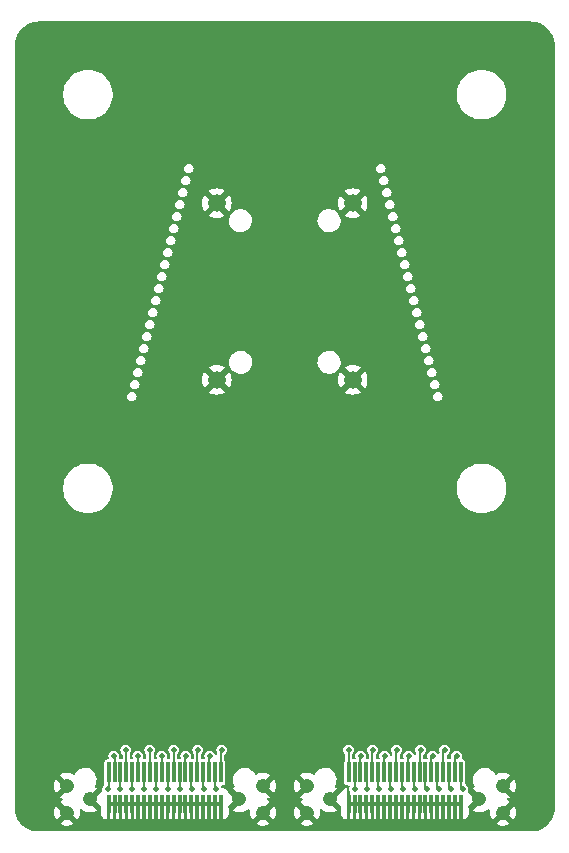
<source format=gbr>
G04 #@! TF.GenerationSoftware,KiCad,Pcbnew,7.0.10*
G04 #@! TF.CreationDate,2024-07-19T13:30:29-04:00*
G04 #@! TF.ProjectId,CanDoIt-v1,43616e44-6f49-4742-9d76-312e6b696361,rev?*
G04 #@! TF.SameCoordinates,Original*
G04 #@! TF.FileFunction,Copper,L4,Bot*
G04 #@! TF.FilePolarity,Positive*
%FSLAX46Y46*%
G04 Gerber Fmt 4.6, Leading zero omitted, Abs format (unit mm)*
G04 Created by KiCad (PCBNEW 7.0.10) date 2024-07-19 13:30:29*
%MOMM*%
%LPD*%
G01*
G04 APERTURE LIST*
G04 #@! TA.AperFunction,ComponentPad*
%ADD10C,1.500000*%
G04 #@! TD*
G04 #@! TA.AperFunction,SMDPad,CuDef*
%ADD11R,0.300000X1.800000*%
G04 #@! TD*
G04 #@! TA.AperFunction,SMDPad,CuDef*
%ADD12R,0.300000X1.630000*%
G04 #@! TD*
G04 #@! TA.AperFunction,ComponentPad*
%ADD13C,1.208000*%
G04 #@! TD*
G04 #@! TA.AperFunction,ViaPad*
%ADD14C,0.500000*%
G04 #@! TD*
G04 #@! TA.AperFunction,Conductor*
%ADD15C,0.203200*%
G04 #@! TD*
G04 APERTURE END LIST*
D10*
X5750000Y7475000D03*
X5750000Y-7475000D03*
X-5750000Y-7475000D03*
X-5750000Y7475000D03*
D11*
X14910000Y-40720000D03*
D12*
X14910000Y-43385000D03*
D11*
X14410000Y-40720000D03*
D12*
X14410000Y-43385000D03*
D11*
X13910000Y-40720000D03*
D12*
X13910000Y-43385000D03*
D11*
X13410000Y-40720000D03*
D12*
X13410000Y-43385000D03*
D11*
X12910000Y-40720000D03*
D12*
X12910000Y-43385000D03*
D11*
X12410000Y-40720000D03*
D12*
X12410000Y-43385000D03*
D11*
X11910000Y-40720000D03*
D12*
X11910000Y-43385000D03*
D11*
X11410000Y-40720000D03*
D12*
X11410000Y-43385000D03*
D11*
X10910000Y-40720000D03*
D12*
X10910000Y-43385000D03*
D11*
X10410000Y-40720000D03*
D12*
X10410000Y-43385000D03*
D11*
X9910000Y-40720000D03*
D12*
X9910000Y-43385000D03*
D11*
X9410000Y-40720000D03*
D12*
X9410000Y-43385000D03*
D11*
X8910000Y-40720000D03*
D12*
X8910000Y-43385000D03*
D11*
X8410000Y-40720000D03*
D12*
X8410000Y-43385000D03*
D11*
X7910000Y-40720000D03*
D12*
X7910000Y-43385000D03*
D11*
X7410000Y-40720000D03*
D12*
X7410000Y-43385000D03*
D11*
X6910000Y-40720000D03*
D12*
X6910000Y-43385000D03*
D11*
X6410000Y-40720000D03*
D12*
X6410000Y-43385000D03*
D11*
X5910000Y-40720000D03*
D12*
X5910000Y-43385000D03*
D11*
X5410000Y-40720000D03*
D12*
X5410000Y-43385000D03*
D13*
X18460000Y-44120000D03*
X18460000Y-41870000D03*
X16485000Y-43000000D03*
X3835000Y-43000000D03*
X1860000Y-44120000D03*
X1860000Y-41870000D03*
D11*
X-5410000Y-40720000D03*
D12*
X-5410000Y-43385000D03*
D11*
X-5910000Y-40720000D03*
D12*
X-5910000Y-43385000D03*
D11*
X-6410000Y-40720000D03*
D12*
X-6410000Y-43385000D03*
D11*
X-6910000Y-40720000D03*
D12*
X-6910000Y-43385000D03*
D11*
X-7410000Y-40720000D03*
D12*
X-7410000Y-43385000D03*
D11*
X-7910000Y-40720000D03*
D12*
X-7910000Y-43385000D03*
D11*
X-8410000Y-40720000D03*
D12*
X-8410000Y-43385000D03*
D11*
X-8910000Y-40720000D03*
D12*
X-8910000Y-43385000D03*
D11*
X-9410000Y-40720000D03*
D12*
X-9410000Y-43385000D03*
D11*
X-9910000Y-40720000D03*
D12*
X-9910000Y-43385000D03*
D11*
X-10410000Y-40720000D03*
D12*
X-10410000Y-43385000D03*
D11*
X-10910000Y-40720000D03*
D12*
X-10910000Y-43385000D03*
D11*
X-11410000Y-40720000D03*
D12*
X-11410000Y-43385000D03*
D11*
X-11910000Y-40720000D03*
D12*
X-11910000Y-43385000D03*
D11*
X-12410000Y-40720000D03*
D12*
X-12410000Y-43385000D03*
D11*
X-12910000Y-40720000D03*
D12*
X-12910000Y-43385000D03*
D11*
X-13410000Y-40720000D03*
D12*
X-13410000Y-43385000D03*
D11*
X-13910000Y-40720000D03*
D12*
X-13910000Y-43385000D03*
D11*
X-14410000Y-40720000D03*
D12*
X-14410000Y-43385000D03*
D11*
X-14910000Y-40720000D03*
D12*
X-14910000Y-43385000D03*
D13*
X-1860000Y-44120000D03*
X-1860000Y-41870000D03*
X-3835000Y-43000000D03*
X-16485000Y-43000000D03*
X-18460000Y-44120000D03*
X-18460000Y-41870000D03*
D14*
X-7874000Y-42115000D03*
X-8382000Y-39321000D03*
X-8890000Y-42115000D03*
X-9398000Y-38813000D03*
X-9906000Y-42115000D03*
X-10414000Y-39321000D03*
X-10922000Y-42115000D03*
X-11430000Y-38813000D03*
X-11938000Y-42115000D03*
X-12446000Y-39321000D03*
X-12954000Y-42115000D03*
X-13462000Y-38813000D03*
X-13970000Y-42115000D03*
X-14478000Y-39321000D03*
X-14986000Y-42115000D03*
X5410000Y-38813000D03*
X5918000Y-42115000D03*
X6426000Y-39321000D03*
X6934000Y-42115000D03*
X7442000Y-38813000D03*
X7950000Y-42115000D03*
X8458000Y-39321000D03*
X8966000Y-42115000D03*
X9474000Y-38813000D03*
X9982000Y-42115000D03*
X10490000Y-39321000D03*
X10998000Y-42115000D03*
X11506000Y-38813000D03*
X12014000Y-42115000D03*
X12522000Y-39321000D03*
X-5334000Y-38813000D03*
X-5842000Y-42115000D03*
X-6350000Y-39321000D03*
X-6858000Y-42115000D03*
X-7366000Y-38813000D03*
X15062000Y-42115000D03*
X14554000Y-39321000D03*
X14046000Y-42115000D03*
X13538000Y-38813000D03*
X13030000Y-42115000D03*
D15*
X-7910000Y-40773000D02*
X-7910000Y-42079000D01*
X-7910000Y-42079000D02*
X-7874000Y-42115000D01*
X-8410000Y-39349000D02*
X-8382000Y-39321000D01*
X-8410000Y-40773000D02*
X-8410000Y-39349000D01*
X-8910000Y-40773000D02*
X-8910000Y-42095000D01*
X-8910000Y-42095000D02*
X-8890000Y-42115000D01*
X-9410000Y-38825000D02*
X-9398000Y-38813000D01*
X-9410000Y-40773000D02*
X-9410000Y-38825000D01*
X-9910000Y-40773000D02*
X-9910000Y-42111000D01*
X-9910000Y-42111000D02*
X-9906000Y-42115000D01*
X-10410000Y-40773000D02*
X-10410000Y-39325000D01*
X-10410000Y-39325000D02*
X-10414000Y-39321000D01*
X-10910000Y-40773000D02*
X-10910000Y-42103000D01*
X-10910000Y-42103000D02*
X-10922000Y-42115000D01*
X-11410000Y-38833000D02*
X-11430000Y-38813000D01*
X-11410000Y-40773000D02*
X-11410000Y-38833000D01*
X-11910000Y-40773000D02*
X-11910000Y-42087000D01*
X-11910000Y-42087000D02*
X-11938000Y-42115000D01*
X-12410000Y-40773000D02*
X-12410000Y-39357000D01*
X-12410000Y-39357000D02*
X-12446000Y-39321000D01*
X-12910000Y-40773000D02*
X-12910000Y-42071000D01*
X-12910000Y-42071000D02*
X-12954000Y-42115000D01*
X-13410000Y-40773000D02*
X-13410000Y-38865000D01*
X-13410000Y-38865000D02*
X-13462000Y-38813000D01*
X-13910000Y-40773000D02*
X-13910000Y-42055000D01*
X-13910000Y-42055000D02*
X-13970000Y-42115000D01*
X-14410000Y-39389000D02*
X-14478000Y-39321000D01*
X-14410000Y-40773000D02*
X-14410000Y-39389000D01*
X-14910000Y-40773000D02*
X-14910000Y-42039000D01*
X-14910000Y-42039000D02*
X-14986000Y-42115000D01*
X5410000Y-40720000D02*
X5410000Y-38813000D01*
X5918000Y-40728000D02*
X5918000Y-42115000D01*
X5910000Y-40720000D02*
X5918000Y-40728000D01*
X6410000Y-40720000D02*
X6410000Y-39337000D01*
X6410000Y-39337000D02*
X6426000Y-39321000D01*
X6934000Y-40744000D02*
X6934000Y-42115000D01*
X6910000Y-40720000D02*
X6934000Y-40744000D01*
X7410000Y-40697000D02*
X7410000Y-38845000D01*
X7410000Y-38845000D02*
X7442000Y-38813000D01*
X7910000Y-42075000D02*
X7950000Y-42115000D01*
X7910000Y-40720000D02*
X7910000Y-42075000D01*
X8410000Y-39369000D02*
X8458000Y-39321000D01*
X8410000Y-40720000D02*
X8410000Y-39369000D01*
X8910000Y-40720000D02*
X8910000Y-42059000D01*
X8910000Y-42059000D02*
X8966000Y-42115000D01*
X9410000Y-40720000D02*
X9410000Y-38877000D01*
X9410000Y-38877000D02*
X9474000Y-38813000D01*
X9910000Y-40720000D02*
X9910000Y-42043000D01*
X9910000Y-42043000D02*
X9982000Y-42115000D01*
X10410000Y-40720000D02*
X10410000Y-39401000D01*
X10410000Y-39401000D02*
X10490000Y-39321000D01*
X10910000Y-42027000D02*
X10998000Y-42115000D01*
X10910000Y-40720000D02*
X10910000Y-42027000D01*
X11410000Y-38909000D02*
X11506000Y-38813000D01*
X11410000Y-40720000D02*
X11410000Y-38909000D01*
X11910000Y-40720000D02*
X11910000Y-42011000D01*
X11910000Y-42011000D02*
X12014000Y-42115000D01*
X12410000Y-40720000D02*
X12410000Y-39433000D01*
X12410000Y-39433000D02*
X12522000Y-39321000D01*
X-5410000Y-40773000D02*
X-5410000Y-38889000D01*
X-5410000Y-38889000D02*
X-5334000Y-38813000D01*
X-5910000Y-42047000D02*
X-5842000Y-42115000D01*
X-5910000Y-40773000D02*
X-5910000Y-42047000D01*
X-6410000Y-40773000D02*
X-6410000Y-39381000D01*
X-6410000Y-39381000D02*
X-6350000Y-39321000D01*
X-6910000Y-40773000D02*
X-6910000Y-42063000D01*
X-6910000Y-42063000D02*
X-6858000Y-42115000D01*
X-7410000Y-40773000D02*
X-7410000Y-38857000D01*
X-7410000Y-38857000D02*
X-7366000Y-38813000D01*
X14910000Y-40720000D02*
X14910000Y-41963000D01*
X14910000Y-41963000D02*
X15062000Y-42115000D01*
X14410000Y-40720000D02*
X14410000Y-39465000D01*
X14410000Y-39465000D02*
X14554000Y-39321000D01*
X13910000Y-41979000D02*
X14046000Y-42115000D01*
X13910000Y-40720000D02*
X13910000Y-41979000D01*
X13410000Y-40720000D02*
X13410000Y-38941000D01*
X13410000Y-38941000D02*
X13538000Y-38813000D01*
X12910000Y-40720000D02*
X12910000Y-41995000D01*
X12910000Y-41995000D02*
X13030000Y-42115000D01*
G04 #@! TA.AperFunction,Conductor*
G36*
X20863279Y22859285D02*
G01*
X20866854Y22859050D01*
X20943364Y22854035D01*
X20943960Y22853994D01*
X21123034Y22841186D01*
X21135482Y22839509D01*
X21248536Y22817022D01*
X21250295Y22816656D01*
X21391516Y22785935D01*
X21402468Y22782895D01*
X21518008Y22743675D01*
X21520829Y22742671D01*
X21649911Y22694525D01*
X21659249Y22690493D01*
X21771059Y22635354D01*
X21774776Y22633424D01*
X21893393Y22568655D01*
X21901072Y22564006D01*
X22005802Y22494027D01*
X22010199Y22490915D01*
X22117436Y22410638D01*
X22123478Y22405739D01*
X22218545Y22322368D01*
X22223350Y22317868D01*
X22317868Y22223350D01*
X22322368Y22218545D01*
X22405739Y22123478D01*
X22410638Y22117436D01*
X22490915Y22010199D01*
X22494027Y22005802D01*
X22564006Y21901072D01*
X22568655Y21893393D01*
X22633424Y21774776D01*
X22635354Y21771059D01*
X22690493Y21659249D01*
X22694525Y21649911D01*
X22742671Y21520829D01*
X22743675Y21518008D01*
X22782895Y21402468D01*
X22785935Y21391516D01*
X22816656Y21250295D01*
X22817022Y21248536D01*
X22839509Y21135482D01*
X22841186Y21123034D01*
X22853994Y20943960D01*
X22854035Y20943364D01*
X22859285Y20863281D01*
X22859500Y20856700D01*
X22859500Y-43716700D01*
X22859285Y-43723281D01*
X22854035Y-43803364D01*
X22853994Y-43803960D01*
X22841186Y-43983034D01*
X22839509Y-43995482D01*
X22817022Y-44108536D01*
X22816656Y-44110295D01*
X22785935Y-44251516D01*
X22782895Y-44262468D01*
X22743675Y-44378008D01*
X22742671Y-44380829D01*
X22694525Y-44509911D01*
X22690493Y-44519249D01*
X22635354Y-44631059D01*
X22633424Y-44634776D01*
X22568655Y-44753393D01*
X22564006Y-44761072D01*
X22494027Y-44865802D01*
X22490915Y-44870199D01*
X22410638Y-44977436D01*
X22405739Y-44983478D01*
X22322368Y-45078545D01*
X22317868Y-45083350D01*
X22223350Y-45177868D01*
X22218545Y-45182368D01*
X22123478Y-45265739D01*
X22117436Y-45270638D01*
X22010199Y-45350915D01*
X22005802Y-45354027D01*
X21901072Y-45424006D01*
X21893393Y-45428655D01*
X21774776Y-45493424D01*
X21771059Y-45495354D01*
X21659249Y-45550493D01*
X21649911Y-45554525D01*
X21520829Y-45602671D01*
X21518008Y-45603675D01*
X21402468Y-45642895D01*
X21391516Y-45645935D01*
X21250295Y-45676656D01*
X21248536Y-45677022D01*
X21135482Y-45699509D01*
X21123034Y-45701186D01*
X20943960Y-45713994D01*
X20943364Y-45714035D01*
X20866854Y-45719050D01*
X20863279Y-45719285D01*
X20856700Y-45719500D01*
X-20856700Y-45719500D01*
X-20863279Y-45719285D01*
X-20866854Y-45719050D01*
X-20943364Y-45714035D01*
X-20943960Y-45713994D01*
X-21123034Y-45701186D01*
X-21135482Y-45699509D01*
X-21248536Y-45677022D01*
X-21250295Y-45676656D01*
X-21391516Y-45645935D01*
X-21402468Y-45642895D01*
X-21518008Y-45603675D01*
X-21520829Y-45602671D01*
X-21649911Y-45554525D01*
X-21659248Y-45550493D01*
X-21771057Y-45495355D01*
X-21774776Y-45493424D01*
X-21893400Y-45428650D01*
X-21901077Y-45424002D01*
X-22005791Y-45354035D01*
X-22010188Y-45350923D01*
X-22117436Y-45270638D01*
X-22123479Y-45265739D01*
X-22218551Y-45182363D01*
X-22223356Y-45177863D01*
X-22317863Y-45083356D01*
X-22322363Y-45078551D01*
X-22341135Y-45057146D01*
X-19043592Y-45057146D01*
X-18954205Y-45112492D01*
X-18763418Y-45186404D01*
X-18562302Y-45224000D01*
X-18357697Y-45224000D01*
X-18156581Y-45186404D01*
X-17965798Y-45112494D01*
X-17876406Y-45057146D01*
X-2443592Y-45057146D01*
X-2354205Y-45112492D01*
X-2163418Y-45186404D01*
X-1962302Y-45224000D01*
X-1757697Y-45224000D01*
X-1556581Y-45186404D01*
X-1365798Y-45112494D01*
X-1276406Y-45057146D01*
X1276406Y-45057146D01*
X1365798Y-45112494D01*
X1556581Y-45186404D01*
X1757697Y-45224000D01*
X1962302Y-45224000D01*
X2163418Y-45186404D01*
X2354205Y-45112492D01*
X2443592Y-45057146D01*
X17876405Y-45057146D01*
X17965798Y-45112494D01*
X18156581Y-45186404D01*
X18357697Y-45224000D01*
X18562302Y-45224000D01*
X18763418Y-45186404D01*
X18954205Y-45112492D01*
X19043592Y-45057146D01*
X18460000Y-44473553D01*
X17876405Y-45057146D01*
X2443592Y-45057146D01*
X1860000Y-44473553D01*
X1276406Y-45057146D01*
X-1276406Y-45057146D01*
X-1860000Y-44473553D01*
X-2443592Y-45057146D01*
X-17876406Y-45057146D01*
X-18460000Y-44473553D01*
X-19043592Y-45057146D01*
X-22341135Y-45057146D01*
X-22405739Y-44983479D01*
X-22410638Y-44977436D01*
X-22490923Y-44870188D01*
X-22494035Y-44865791D01*
X-22564002Y-44761077D01*
X-22568650Y-44753400D01*
X-22633424Y-44634776D01*
X-22635355Y-44631057D01*
X-22690493Y-44519248D01*
X-22694525Y-44509911D01*
X-22742671Y-44380829D01*
X-22743675Y-44378008D01*
X-22782895Y-44262468D01*
X-22785935Y-44251516D01*
X-22814545Y-44120000D01*
X-19568729Y-44120000D01*
X-19549852Y-44323724D01*
X-19549852Y-44323725D01*
X-19493859Y-44520520D01*
X-19493858Y-44520522D01*
X-19402658Y-44703674D01*
X-19402657Y-44703677D01*
X-19400322Y-44706767D01*
X-19400321Y-44706767D01*
X-18813553Y-44119999D01*
X-19400320Y-43533231D01*
X-19402659Y-43536327D01*
X-19402663Y-43536334D01*
X-19493858Y-43719477D01*
X-19493859Y-43719479D01*
X-19549852Y-43916274D01*
X-19549852Y-43916275D01*
X-19568729Y-44120000D01*
X-22814545Y-44120000D01*
X-22816656Y-44110295D01*
X-22817022Y-44108536D01*
X-22839509Y-43995482D01*
X-22841186Y-43983034D01*
X-22853994Y-43803960D01*
X-22854035Y-43803364D01*
X-22859285Y-43723281D01*
X-22859500Y-43716700D01*
X-22859500Y-43182853D01*
X-19043593Y-43182853D01*
X-18460000Y-43766447D01*
X-18456447Y-43770000D01*
X-18489005Y-43770000D01*
X-18575216Y-43784386D01*
X-18677947Y-43839981D01*
X-18757060Y-43925921D01*
X-18803982Y-44032892D01*
X-18813628Y-44149302D01*
X-18784953Y-44262538D01*
X-18721064Y-44360327D01*
X-18628885Y-44432072D01*
X-18518405Y-44470000D01*
X-18430995Y-44470000D01*
X-18344784Y-44455614D01*
X-18242053Y-44400019D01*
X-18162940Y-44314079D01*
X-18116018Y-44207108D01*
X-18108619Y-44117826D01*
X-17519678Y-44706767D01*
X-17517335Y-44703665D01*
X-17426143Y-44520527D01*
X-17426140Y-44520520D01*
X-17370147Y-44323725D01*
X-17370147Y-44323724D01*
X-17351270Y-44119999D01*
X-17369395Y-43924388D01*
X-17355720Y-43863736D01*
X-17309006Y-43822706D01*
X-17247097Y-43816970D01*
X-17201449Y-43840763D01*
X-17153160Y-43884785D01*
X-17153156Y-43884788D01*
X-16979201Y-43992494D01*
X-16788418Y-44066404D01*
X-16587302Y-44104000D01*
X-16382697Y-44104000D01*
X-16181581Y-44066404D01*
X-15990798Y-43992494D01*
X-15901406Y-43937146D01*
X-15901405Y-43937145D01*
X-16488551Y-43350000D01*
X-16455995Y-43350000D01*
X-16369784Y-43335614D01*
X-16267053Y-43280019D01*
X-16187940Y-43194079D01*
X-16141018Y-43087108D01*
X-16133800Y-42999999D01*
X-16131446Y-42999999D01*
X-15568307Y-43563139D01*
X-15540081Y-43618537D01*
X-15549807Y-43679945D01*
X-15556986Y-43689826D01*
X-15560000Y-43697102D01*
X-15560000Y-44247827D01*
X-15553597Y-44307375D01*
X-15553596Y-44307380D01*
X-15503355Y-44442085D01*
X-15503354Y-44442087D01*
X-15417188Y-44557188D01*
X-15302087Y-44643354D01*
X-15302085Y-44643355D01*
X-15167380Y-44693596D01*
X-15167375Y-44693597D01*
X-15107828Y-44700000D01*
X-15060000Y-44700000D01*
X-15060000Y-43535000D01*
X-14760000Y-43535000D01*
X-14760000Y-44700000D01*
X-14712174Y-44700000D01*
X-14670756Y-44695546D01*
X-14649244Y-44695546D01*
X-14607826Y-44700000D01*
X-14560000Y-44700000D01*
X-14560000Y-43535000D01*
X-14260000Y-43535000D01*
X-14260000Y-44700000D01*
X-14212174Y-44700000D01*
X-14170756Y-44695546D01*
X-14149244Y-44695546D01*
X-14107826Y-44700000D01*
X-14060000Y-44700000D01*
X-14060000Y-43535000D01*
X-13760000Y-43535000D01*
X-13760000Y-44700000D01*
X-13712174Y-44700000D01*
X-13670756Y-44695546D01*
X-13649244Y-44695546D01*
X-13607826Y-44700000D01*
X-13560000Y-44700000D01*
X-13560000Y-43535000D01*
X-13260000Y-43535000D01*
X-13260000Y-44700000D01*
X-13212174Y-44700000D01*
X-13170756Y-44695546D01*
X-13149244Y-44695546D01*
X-13107826Y-44700000D01*
X-13060000Y-44700000D01*
X-13060000Y-43535000D01*
X-12760000Y-43535000D01*
X-12760000Y-44700000D01*
X-12712174Y-44700000D01*
X-12670756Y-44695546D01*
X-12649244Y-44695546D01*
X-12607826Y-44700000D01*
X-12560000Y-44700000D01*
X-12560000Y-43535000D01*
X-12260000Y-43535000D01*
X-12260000Y-44700000D01*
X-12212174Y-44700000D01*
X-12170756Y-44695546D01*
X-12149244Y-44695546D01*
X-12107826Y-44700000D01*
X-12060000Y-44700000D01*
X-12060000Y-43535000D01*
X-11760000Y-43535000D01*
X-11760000Y-44700000D01*
X-11712174Y-44700000D01*
X-11670756Y-44695546D01*
X-11649244Y-44695546D01*
X-11607826Y-44700000D01*
X-11560000Y-44700000D01*
X-11560000Y-43535000D01*
X-11260000Y-43535000D01*
X-11260000Y-44700000D01*
X-11212174Y-44700000D01*
X-11170756Y-44695546D01*
X-11149244Y-44695546D01*
X-11107826Y-44700000D01*
X-11060000Y-44700000D01*
X-11060000Y-43535000D01*
X-10760000Y-43535000D01*
X-10760000Y-44700000D01*
X-10712174Y-44700000D01*
X-10670756Y-44695546D01*
X-10649244Y-44695546D01*
X-10607826Y-44700000D01*
X-10560000Y-44700000D01*
X-10560000Y-43535000D01*
X-10260000Y-43535000D01*
X-10260000Y-44700000D01*
X-10212174Y-44700000D01*
X-10170756Y-44695546D01*
X-10149244Y-44695546D01*
X-10107826Y-44700000D01*
X-10060000Y-44700000D01*
X-10060000Y-43535000D01*
X-9760000Y-43535000D01*
X-9760000Y-44700000D01*
X-9712174Y-44700000D01*
X-9670756Y-44695546D01*
X-9649244Y-44695546D01*
X-9607826Y-44700000D01*
X-9560000Y-44700000D01*
X-9560000Y-43535000D01*
X-9260000Y-43535000D01*
X-9260000Y-44700000D01*
X-9212174Y-44700000D01*
X-9170756Y-44695546D01*
X-9149244Y-44695546D01*
X-9107826Y-44700000D01*
X-9060000Y-44700000D01*
X-9060000Y-43535000D01*
X-8760000Y-43535000D01*
X-8760000Y-44700000D01*
X-8712174Y-44700000D01*
X-8670756Y-44695546D01*
X-8649244Y-44695546D01*
X-8607826Y-44700000D01*
X-8560000Y-44700000D01*
X-8560000Y-43535000D01*
X-8260000Y-43535000D01*
X-8260000Y-44700000D01*
X-8212174Y-44700000D01*
X-8170756Y-44695546D01*
X-8149244Y-44695546D01*
X-8107826Y-44700000D01*
X-8060000Y-44700000D01*
X-8060000Y-43535000D01*
X-7760000Y-43535000D01*
X-7760000Y-44700000D01*
X-7712174Y-44700000D01*
X-7670756Y-44695546D01*
X-7649244Y-44695546D01*
X-7607826Y-44700000D01*
X-7560000Y-44700000D01*
X-7560000Y-43535000D01*
X-7260000Y-43535000D01*
X-7260000Y-44700000D01*
X-7212174Y-44700000D01*
X-7170756Y-44695546D01*
X-7149244Y-44695546D01*
X-7107826Y-44700000D01*
X-7060000Y-44700000D01*
X-7060000Y-43535000D01*
X-6760000Y-43535000D01*
X-6760000Y-44700000D01*
X-6712174Y-44700000D01*
X-6670756Y-44695546D01*
X-6649244Y-44695546D01*
X-6607826Y-44700000D01*
X-6560000Y-44700000D01*
X-6560000Y-43535000D01*
X-6260000Y-43535000D01*
X-6260000Y-44700000D01*
X-6212174Y-44700000D01*
X-6170756Y-44695546D01*
X-6149244Y-44695546D01*
X-6107826Y-44700000D01*
X-6060000Y-44700000D01*
X-6060000Y-43535000D01*
X-5760000Y-43535000D01*
X-5760000Y-44700000D01*
X-5712174Y-44700000D01*
X-5670756Y-44695546D01*
X-5649244Y-44695546D01*
X-5607826Y-44700000D01*
X-5560000Y-44700000D01*
X-5560000Y-43535000D01*
X-5760000Y-43535000D01*
X-6060000Y-43535000D01*
X-6260000Y-43535000D01*
X-6560000Y-43535000D01*
X-6760000Y-43535000D01*
X-7060000Y-43535000D01*
X-7260000Y-43535000D01*
X-7560000Y-43535000D01*
X-7760000Y-43535000D01*
X-8060000Y-43535000D01*
X-8260000Y-43535000D01*
X-8560000Y-43535000D01*
X-8760000Y-43535000D01*
X-9060000Y-43535000D01*
X-9260000Y-43535000D01*
X-9560000Y-43535000D01*
X-9760000Y-43535000D01*
X-10060000Y-43535000D01*
X-10260000Y-43535000D01*
X-10560000Y-43535000D01*
X-10760000Y-43535000D01*
X-11060000Y-43535000D01*
X-11260000Y-43535000D01*
X-11560000Y-43535000D01*
X-11760000Y-43535000D01*
X-12060000Y-43535000D01*
X-12260000Y-43535000D01*
X-12560000Y-43535000D01*
X-12760000Y-43535000D01*
X-13060000Y-43535000D01*
X-13260000Y-43535000D01*
X-13560000Y-43535000D01*
X-13760000Y-43535000D01*
X-14060000Y-43535000D01*
X-14260000Y-43535000D01*
X-14560000Y-43535000D01*
X-14760000Y-43535000D01*
X-15060000Y-43535000D01*
X-15060000Y-43335600D01*
X-15040787Y-43276469D01*
X-14990487Y-43239924D01*
X-14959400Y-43235000D01*
X-5360600Y-43235000D01*
X-5301469Y-43254213D01*
X-5264924Y-43304513D01*
X-5260000Y-43335600D01*
X-5260000Y-44700000D01*
X-5212172Y-44700000D01*
X-5152624Y-44693597D01*
X-5152619Y-44693596D01*
X-5017914Y-44643355D01*
X-5017912Y-44643354D01*
X-4902811Y-44557188D01*
X-4816645Y-44442087D01*
X-4816644Y-44442085D01*
X-4766403Y-44307380D01*
X-4766402Y-44307375D01*
X-4760000Y-44247827D01*
X-4760000Y-43697102D01*
X-4767658Y-43678615D01*
X-4765747Y-43677823D01*
X-4779920Y-43650003D01*
X-4770188Y-43588595D01*
X-4751692Y-43563139D01*
X-4188553Y-43000000D01*
X-4188553Y-42999999D01*
X-4775000Y-42413552D01*
X-4798121Y-42377576D01*
X-4816645Y-42327912D01*
X-4902811Y-42212811D01*
X-5017912Y-42126645D01*
X-5017914Y-42126644D01*
X-5152619Y-42076403D01*
X-5152624Y-42076402D01*
X-5212172Y-42070000D01*
X-5302935Y-42070000D01*
X-5324931Y-42062853D01*
X-4418593Y-42062853D01*
X-3835000Y-42646447D01*
X-3831447Y-42650000D01*
X-3864005Y-42650000D01*
X-3950216Y-42664386D01*
X-4052947Y-42719981D01*
X-4132060Y-42805921D01*
X-4178982Y-42912892D01*
X-4188628Y-43029302D01*
X-4159953Y-43142538D01*
X-4096064Y-43240327D01*
X-4003885Y-43312072D01*
X-3893405Y-43350000D01*
X-3831446Y-43350000D01*
X-4418592Y-43937146D01*
X-4329205Y-43992492D01*
X-4138418Y-44066404D01*
X-3937302Y-44104000D01*
X-3732697Y-44104000D01*
X-3531581Y-44066404D01*
X-3340798Y-43992494D01*
X-3166843Y-43884788D01*
X-3166839Y-43884785D01*
X-3118549Y-43840762D01*
X-3061907Y-43815124D01*
X-3001013Y-43827675D01*
X-2959126Y-43873622D01*
X-2950604Y-43924388D01*
X-2968729Y-44120000D01*
X-2949852Y-44323724D01*
X-2949852Y-44323725D01*
X-2893859Y-44520520D01*
X-2893858Y-44520522D01*
X-2802658Y-44703674D01*
X-2802657Y-44703677D01*
X-2800322Y-44706767D01*
X-2800321Y-44706767D01*
X-2210987Y-44117433D01*
X-2213628Y-44149302D01*
X-2184953Y-44262538D01*
X-2121064Y-44360327D01*
X-2028885Y-44432072D01*
X-1918405Y-44470000D01*
X-1830995Y-44470000D01*
X-1744784Y-44455614D01*
X-1642053Y-44400019D01*
X-1562940Y-44314079D01*
X-1516018Y-44207108D01*
X-1508800Y-44119999D01*
X-1506446Y-44119999D01*
X-919678Y-44706767D01*
X-917335Y-44703665D01*
X-826143Y-44520527D01*
X-826140Y-44520520D01*
X-770147Y-44323725D01*
X-770147Y-44323724D01*
X-751270Y-44120000D01*
X751270Y-44120000D01*
X770147Y-44323724D01*
X770147Y-44323725D01*
X826140Y-44520520D01*
X826143Y-44520527D01*
X917335Y-44703665D01*
X919678Y-44706767D01*
X1506446Y-44119999D01*
X919678Y-43533231D01*
X919677Y-43533231D01*
X917342Y-43536323D01*
X826141Y-43719477D01*
X826140Y-43719479D01*
X770147Y-43916274D01*
X770147Y-43916275D01*
X751270Y-44120000D01*
X-751270Y-44120000D01*
X-770147Y-43916275D01*
X-770147Y-43916274D01*
X-826140Y-43719479D01*
X-826141Y-43719477D01*
X-917342Y-43536323D01*
X-919677Y-43533231D01*
X-919678Y-43533231D01*
X-1506446Y-44119999D01*
X-1508800Y-44119999D01*
X-1506372Y-44090698D01*
X-1535047Y-43977462D01*
X-1598936Y-43879673D01*
X-1691115Y-43807928D01*
X-1801595Y-43770000D01*
X-1863553Y-43770000D01*
X-1860000Y-43766447D01*
X-1276406Y-43182853D01*
X-1276406Y-43182852D01*
X-1365790Y-43127509D01*
X-1365798Y-43127505D01*
X-1465689Y-43088807D01*
X-1513887Y-43049530D01*
X-1529793Y-42989425D01*
X-1507333Y-42931450D01*
X-1465689Y-42901193D01*
X-1365798Y-42862494D01*
X-1276406Y-42807146D01*
X-1276405Y-42807145D01*
X1276405Y-42807145D01*
X1276406Y-42807146D01*
X1365798Y-42862494D01*
X1465689Y-42901193D01*
X1513887Y-42940470D01*
X1529793Y-43000575D01*
X1507333Y-43058550D01*
X1465689Y-43088807D01*
X1365798Y-43127505D01*
X1365790Y-43127509D01*
X1276406Y-43182852D01*
X1276406Y-43182853D01*
X1860000Y-43766447D01*
X1863553Y-43770000D01*
X1830995Y-43770000D01*
X1744784Y-43784386D01*
X1642053Y-43839981D01*
X1562940Y-43925921D01*
X1516018Y-44032892D01*
X1506372Y-44149302D01*
X1535047Y-44262538D01*
X1598936Y-44360327D01*
X1691115Y-44432072D01*
X1801595Y-44470000D01*
X1889005Y-44470000D01*
X1975216Y-44455614D01*
X2077947Y-44400019D01*
X2157060Y-44314079D01*
X2203982Y-44207108D01*
X2211380Y-44117826D01*
X2800321Y-44706767D01*
X2800322Y-44706767D01*
X2802657Y-44703677D01*
X2802658Y-44703674D01*
X2893858Y-44520522D01*
X2893859Y-44520520D01*
X2949852Y-44323725D01*
X2949852Y-44323724D01*
X2968729Y-44120000D01*
X2950604Y-43924388D01*
X2964279Y-43863736D01*
X3010993Y-43822706D01*
X3072902Y-43816970D01*
X3118549Y-43840762D01*
X3166839Y-43884785D01*
X3166843Y-43884788D01*
X3340798Y-43992494D01*
X3531581Y-44066404D01*
X3732697Y-44104000D01*
X3937302Y-44104000D01*
X4138418Y-44066404D01*
X4329205Y-43992492D01*
X4418592Y-43937146D01*
X3831446Y-43350000D01*
X3864005Y-43350000D01*
X3950216Y-43335614D01*
X4052947Y-43280019D01*
X4132060Y-43194079D01*
X4178982Y-43087108D01*
X4186200Y-43000000D01*
X4188553Y-43000000D01*
X4751692Y-43563139D01*
X4779918Y-43618537D01*
X4770192Y-43679945D01*
X4763014Y-43689825D01*
X4760000Y-43697102D01*
X4760000Y-44247827D01*
X4766402Y-44307375D01*
X4766403Y-44307380D01*
X4816644Y-44442085D01*
X4816645Y-44442087D01*
X4902811Y-44557188D01*
X5017912Y-44643354D01*
X5017914Y-44643355D01*
X5152619Y-44693596D01*
X5152624Y-44693597D01*
X5212172Y-44700000D01*
X5260000Y-44700000D01*
X5260000Y-43535000D01*
X5560000Y-43535000D01*
X5560000Y-44700000D01*
X5607826Y-44700000D01*
X5649244Y-44695546D01*
X5670756Y-44695546D01*
X5712174Y-44700000D01*
X5760000Y-44700000D01*
X5760000Y-43535000D01*
X6060000Y-43535000D01*
X6060000Y-44700000D01*
X6107826Y-44700000D01*
X6149244Y-44695546D01*
X6170756Y-44695546D01*
X6212174Y-44700000D01*
X6260000Y-44700000D01*
X6260000Y-43535000D01*
X6560000Y-43535000D01*
X6560000Y-44700000D01*
X6607826Y-44700000D01*
X6649244Y-44695546D01*
X6670756Y-44695546D01*
X6712174Y-44700000D01*
X6760000Y-44700000D01*
X6760000Y-43535000D01*
X7060000Y-43535000D01*
X7060000Y-44700000D01*
X7107826Y-44700000D01*
X7149244Y-44695546D01*
X7170756Y-44695546D01*
X7212174Y-44700000D01*
X7260000Y-44700000D01*
X7260000Y-43535000D01*
X7560000Y-43535000D01*
X7560000Y-44700000D01*
X7607826Y-44700000D01*
X7649244Y-44695546D01*
X7670756Y-44695546D01*
X7712174Y-44700000D01*
X7760000Y-44700000D01*
X7760000Y-43535000D01*
X8060000Y-43535000D01*
X8060000Y-44700000D01*
X8107826Y-44700000D01*
X8149244Y-44695546D01*
X8170756Y-44695546D01*
X8212174Y-44700000D01*
X8260000Y-44700000D01*
X8260000Y-43535000D01*
X8560000Y-43535000D01*
X8560000Y-44700000D01*
X8607826Y-44700000D01*
X8649244Y-44695546D01*
X8670756Y-44695546D01*
X8712174Y-44700000D01*
X8760000Y-44700000D01*
X8760000Y-43535000D01*
X9060000Y-43535000D01*
X9060000Y-44700000D01*
X9107826Y-44700000D01*
X9149244Y-44695546D01*
X9170756Y-44695546D01*
X9212174Y-44700000D01*
X9260000Y-44700000D01*
X9260000Y-43535000D01*
X9560000Y-43535000D01*
X9560000Y-44700000D01*
X9607826Y-44700000D01*
X9649244Y-44695546D01*
X9670756Y-44695546D01*
X9712174Y-44700000D01*
X9760000Y-44700000D01*
X9760000Y-43535000D01*
X10060000Y-43535000D01*
X10060000Y-44700000D01*
X10107826Y-44700000D01*
X10149244Y-44695546D01*
X10170756Y-44695546D01*
X10212174Y-44700000D01*
X10260000Y-44700000D01*
X10260000Y-43535000D01*
X10560000Y-43535000D01*
X10560000Y-44700000D01*
X10607826Y-44700000D01*
X10649244Y-44695546D01*
X10670756Y-44695546D01*
X10712174Y-44700000D01*
X10760000Y-44700000D01*
X10760000Y-43535000D01*
X11060000Y-43535000D01*
X11060000Y-44700000D01*
X11107826Y-44700000D01*
X11149244Y-44695546D01*
X11170756Y-44695546D01*
X11212174Y-44700000D01*
X11260000Y-44700000D01*
X11260000Y-43535000D01*
X11560000Y-43535000D01*
X11560000Y-44700000D01*
X11607826Y-44700000D01*
X11649244Y-44695546D01*
X11670756Y-44695546D01*
X11712174Y-44700000D01*
X11760000Y-44700000D01*
X11760000Y-43535000D01*
X12060000Y-43535000D01*
X12060000Y-44700000D01*
X12107826Y-44700000D01*
X12149244Y-44695546D01*
X12170756Y-44695546D01*
X12212174Y-44700000D01*
X12260000Y-44700000D01*
X12260000Y-43535000D01*
X12560000Y-43535000D01*
X12560000Y-44700000D01*
X12607826Y-44700000D01*
X12649244Y-44695546D01*
X12670756Y-44695546D01*
X12712174Y-44700000D01*
X12760000Y-44700000D01*
X12760000Y-43535000D01*
X13060000Y-43535000D01*
X13060000Y-44700000D01*
X13107826Y-44700000D01*
X13149244Y-44695546D01*
X13170756Y-44695546D01*
X13212174Y-44700000D01*
X13260000Y-44700000D01*
X13260000Y-43535000D01*
X13560000Y-43535000D01*
X13560000Y-44700000D01*
X13607826Y-44700000D01*
X13649244Y-44695546D01*
X13670756Y-44695546D01*
X13712174Y-44700000D01*
X13760000Y-44700000D01*
X13760000Y-43535000D01*
X14060000Y-43535000D01*
X14060000Y-44700000D01*
X14107826Y-44700000D01*
X14149244Y-44695546D01*
X14170756Y-44695546D01*
X14212174Y-44700000D01*
X14260000Y-44700000D01*
X14260000Y-43535000D01*
X14560000Y-43535000D01*
X14560000Y-44700000D01*
X14607826Y-44700000D01*
X14649244Y-44695546D01*
X14670756Y-44695546D01*
X14712174Y-44700000D01*
X14760000Y-44700000D01*
X14760000Y-43535000D01*
X14560000Y-43535000D01*
X14260000Y-43535000D01*
X14060000Y-43535000D01*
X13760000Y-43535000D01*
X13560000Y-43535000D01*
X13260000Y-43535000D01*
X13060000Y-43535000D01*
X12760000Y-43535000D01*
X12560000Y-43535000D01*
X12260000Y-43535000D01*
X12060000Y-43535000D01*
X11760000Y-43535000D01*
X11560000Y-43535000D01*
X11260000Y-43535000D01*
X11060000Y-43535000D01*
X10760000Y-43535000D01*
X10560000Y-43535000D01*
X10260000Y-43535000D01*
X10060000Y-43535000D01*
X9760000Y-43535000D01*
X9560000Y-43535000D01*
X9260000Y-43535000D01*
X9060000Y-43535000D01*
X8760000Y-43535000D01*
X8560000Y-43535000D01*
X8260000Y-43535000D01*
X8060000Y-43535000D01*
X7760000Y-43535000D01*
X7560000Y-43535000D01*
X7260000Y-43535000D01*
X7060000Y-43535000D01*
X6760000Y-43535000D01*
X6560000Y-43535000D01*
X6260000Y-43535000D01*
X6060000Y-43535000D01*
X5760000Y-43535000D01*
X5560000Y-43535000D01*
X5260000Y-43535000D01*
X5260000Y-42133079D01*
X5265081Y-42117439D01*
X5260000Y-42096920D01*
X5260000Y-42070000D01*
X5212172Y-42070000D01*
X5152624Y-42076402D01*
X5152619Y-42076403D01*
X5017914Y-42126644D01*
X5017912Y-42126645D01*
X4902811Y-42212811D01*
X4816645Y-42327912D01*
X4798121Y-42377576D01*
X4775000Y-42413552D01*
X4188553Y-42999999D01*
X4188553Y-43000000D01*
X4186200Y-43000000D01*
X4188628Y-42970698D01*
X4159953Y-42857462D01*
X4096064Y-42759673D01*
X4003885Y-42687928D01*
X3893405Y-42650000D01*
X3831447Y-42650000D01*
X3835000Y-42646447D01*
X4418593Y-42062853D01*
X4418592Y-42062852D01*
X4329209Y-42007509D01*
X4329201Y-42007505D01*
X4287441Y-41991327D01*
X4239243Y-41952050D01*
X4223337Y-41891945D01*
X4241196Y-41844108D01*
X4239420Y-41843002D01*
X4242119Y-41838670D01*
X4242119Y-41838669D01*
X4242122Y-41838666D01*
X4329495Y-41660544D01*
X4379224Y-41468480D01*
X4389272Y-41270337D01*
X4359230Y-41074227D01*
X4290325Y-40888180D01*
X4185380Y-40719811D01*
X4048691Y-40576014D01*
X3885854Y-40462676D01*
X3885852Y-40462675D01*
X3885849Y-40462673D01*
X3703540Y-40384439D01*
X3703538Y-40384438D01*
X3703535Y-40384437D01*
X3703532Y-40384436D01*
X3703531Y-40384436D01*
X3582389Y-40359541D01*
X3509199Y-40344500D01*
X3360527Y-40344500D01*
X3360526Y-40344500D01*
X3212620Y-40359540D01*
X3212615Y-40359541D01*
X3023323Y-40418932D01*
X2849853Y-40515216D01*
X2849852Y-40515217D01*
X2699319Y-40644445D01*
X2577878Y-40801332D01*
X2577877Y-40801333D01*
X2545999Y-40866321D01*
X2502708Y-40910947D01*
X2441454Y-40921605D01*
X2402723Y-40907548D01*
X2354201Y-40877505D01*
X2163418Y-40803595D01*
X1962303Y-40766000D01*
X1757697Y-40766000D01*
X1556581Y-40803595D01*
X1365798Y-40877505D01*
X1365790Y-40877509D01*
X1276406Y-40932852D01*
X1276406Y-40932853D01*
X1863553Y-41520000D01*
X1830995Y-41520000D01*
X1744784Y-41534386D01*
X1642053Y-41589981D01*
X1562940Y-41675921D01*
X1516018Y-41782892D01*
X1506372Y-41899302D01*
X1535047Y-42012538D01*
X1598936Y-42110327D01*
X1691115Y-42182072D01*
X1801595Y-42220000D01*
X1863551Y-42220000D01*
X1276405Y-42807145D01*
X-1276405Y-42807145D01*
X-1863551Y-42220000D01*
X-1830995Y-42220000D01*
X-1744784Y-42205614D01*
X-1642053Y-42150019D01*
X-1562940Y-42064079D01*
X-1516018Y-41957108D01*
X-1508800Y-41869999D01*
X-1506446Y-41869999D01*
X-919678Y-42456767D01*
X-917335Y-42453665D01*
X-826143Y-42270527D01*
X-826140Y-42270520D01*
X-770147Y-42073725D01*
X-770147Y-42073724D01*
X-751270Y-41870000D01*
X751270Y-41870000D01*
X770147Y-42073724D01*
X770147Y-42073725D01*
X826140Y-42270520D01*
X826143Y-42270527D01*
X917335Y-42453665D01*
X919678Y-42456767D01*
X1506446Y-41869999D01*
X919678Y-41283231D01*
X919677Y-41283231D01*
X917342Y-41286323D01*
X826141Y-41469477D01*
X826140Y-41469479D01*
X770147Y-41666274D01*
X770147Y-41666275D01*
X751270Y-41870000D01*
X-751270Y-41870000D01*
X-770147Y-41666275D01*
X-770147Y-41666274D01*
X-826140Y-41469479D01*
X-826141Y-41469477D01*
X-917342Y-41286323D01*
X-919677Y-41283231D01*
X-919678Y-41283231D01*
X-1506446Y-41869999D01*
X-1508800Y-41869999D01*
X-1506372Y-41840698D01*
X-1535047Y-41727462D01*
X-1598936Y-41629673D01*
X-1691115Y-41557928D01*
X-1801595Y-41520000D01*
X-1863553Y-41520000D01*
X-1276406Y-40932853D01*
X-1276406Y-40932852D01*
X-1365790Y-40877509D01*
X-1365798Y-40877505D01*
X-1556581Y-40803595D01*
X-1757697Y-40766000D01*
X-1962303Y-40766000D01*
X-2163418Y-40803595D01*
X-2354201Y-40877505D01*
X-2354209Y-40877509D01*
X-2400336Y-40906069D01*
X-2460724Y-40920862D01*
X-2518275Y-40897334D01*
X-2538667Y-40873751D01*
X-2634617Y-40719814D01*
X-2634620Y-40719811D01*
X-2771306Y-40576016D01*
X-2934150Y-40462673D01*
X-3116459Y-40384439D01*
X-3116468Y-40384436D01*
X-3242996Y-40358434D01*
X-3310801Y-40344500D01*
X-3459473Y-40344500D01*
X-3459474Y-40344500D01*
X-3607379Y-40359540D01*
X-3607384Y-40359541D01*
X-3796676Y-40418932D01*
X-3970146Y-40515216D01*
X-3970147Y-40515217D01*
X-4120680Y-40644445D01*
X-4214771Y-40766000D01*
X-4242122Y-40801334D01*
X-4329495Y-40979456D01*
X-4379224Y-41171520D01*
X-4389272Y-41369663D01*
X-4359230Y-41565773D01*
X-4290325Y-41751820D01*
X-4233790Y-41842520D01*
X-4218818Y-41902861D01*
X-4242173Y-41960481D01*
X-4282823Y-41989537D01*
X-4329195Y-42007502D01*
X-4329209Y-42007509D01*
X-4418592Y-42062852D01*
X-4418593Y-42062853D01*
X-5324931Y-42062853D01*
X-5362066Y-42050787D01*
X-5398611Y-42000487D01*
X-5401286Y-41988982D01*
X-5402201Y-41985864D01*
X-5411232Y-41966091D01*
X-5418319Y-41904322D01*
X-5387746Y-41850184D01*
X-5331190Y-41824356D01*
X-5319723Y-41823700D01*
X-5239937Y-41823700D01*
X-5239936Y-41823700D01*
X-5180520Y-41811881D01*
X-5113140Y-41766860D01*
X-5068119Y-41699480D01*
X-5068118Y-41699479D01*
X-5057283Y-41645007D01*
X-5056300Y-41640064D01*
X-5056300Y-39799936D01*
X-5068119Y-39740520D01*
X-5068118Y-39740520D01*
X-5068119Y-39740518D01*
X-5087747Y-39711142D01*
X-5104700Y-39655254D01*
X-5104700Y-39259882D01*
X-5085487Y-39200751D01*
X-5058489Y-39175253D01*
X-5033835Y-39159409D01*
X-4948399Y-39060811D01*
X-4948398Y-39060809D01*
X-4948397Y-39060808D01*
X-4894202Y-38942136D01*
X-4875635Y-38813000D01*
X4951635Y-38813000D01*
X4970202Y-38942136D01*
X5024398Y-39060810D01*
X5030070Y-39067356D01*
X5080128Y-39125125D01*
X5104331Y-39182394D01*
X5104700Y-39191004D01*
X5104700Y-39655254D01*
X5087747Y-39711142D01*
X5068119Y-39740518D01*
X5068119Y-39740520D01*
X5056300Y-39799936D01*
X5056300Y-41640064D01*
X5057283Y-41645007D01*
X5068118Y-41699479D01*
X5068119Y-41699480D01*
X5113140Y-41766860D01*
X5180520Y-41811881D01*
X5239936Y-41823700D01*
X5395723Y-41823700D01*
X5454854Y-41842913D01*
X5491399Y-41893213D01*
X5491399Y-41955387D01*
X5487232Y-41966091D01*
X5478202Y-41985863D01*
X5460176Y-42111237D01*
X5458502Y-42114639D01*
X5460176Y-42118762D01*
X5478202Y-42244136D01*
X5532399Y-42362812D01*
X5535426Y-42366305D01*
X5559631Y-42423574D01*
X5560000Y-42432186D01*
X5560000Y-43235000D01*
X14959400Y-43235000D01*
X15018531Y-43254213D01*
X15055076Y-43304513D01*
X15060000Y-43335600D01*
X15060000Y-44700000D01*
X15107828Y-44700000D01*
X15167375Y-44693597D01*
X15167380Y-44693596D01*
X15302085Y-44643355D01*
X15302087Y-44643354D01*
X15417188Y-44557188D01*
X15503354Y-44442087D01*
X15503355Y-44442085D01*
X15553596Y-44307380D01*
X15553597Y-44307375D01*
X15560000Y-44247827D01*
X15560000Y-43937145D01*
X15901405Y-43937145D01*
X15901406Y-43937146D01*
X15990798Y-43992494D01*
X16181581Y-44066404D01*
X16382697Y-44104000D01*
X16587302Y-44104000D01*
X16788418Y-44066404D01*
X16979201Y-43992494D01*
X17153156Y-43884788D01*
X17153160Y-43884785D01*
X17201449Y-43840763D01*
X17258091Y-43815124D01*
X17318985Y-43827675D01*
X17360872Y-43873621D01*
X17369395Y-43924388D01*
X17351270Y-44119999D01*
X17370147Y-44323724D01*
X17370147Y-44323725D01*
X17426140Y-44520520D01*
X17426143Y-44520527D01*
X17517335Y-44703665D01*
X17519678Y-44706767D01*
X18109012Y-44117433D01*
X18106372Y-44149302D01*
X18135047Y-44262538D01*
X18198936Y-44360327D01*
X18291115Y-44432072D01*
X18401595Y-44470000D01*
X18489005Y-44470000D01*
X18575216Y-44455614D01*
X18677947Y-44400019D01*
X18757060Y-44314079D01*
X18803982Y-44207108D01*
X18811200Y-44119999D01*
X18813553Y-44119999D01*
X19400321Y-44706767D01*
X19400322Y-44706767D01*
X19402657Y-44703677D01*
X19402658Y-44703674D01*
X19493858Y-44520522D01*
X19493859Y-44520520D01*
X19549852Y-44323725D01*
X19549852Y-44323724D01*
X19568729Y-44120000D01*
X19549852Y-43916275D01*
X19549852Y-43916274D01*
X19493859Y-43719479D01*
X19493858Y-43719477D01*
X19402663Y-43536334D01*
X19402659Y-43536327D01*
X19400320Y-43533231D01*
X18813553Y-44119999D01*
X18811200Y-44119999D01*
X18813628Y-44090698D01*
X18784953Y-43977462D01*
X18721064Y-43879673D01*
X18628885Y-43807928D01*
X18518405Y-43770000D01*
X18456447Y-43770000D01*
X18460000Y-43766447D01*
X19043593Y-43182853D01*
X19043592Y-43182852D01*
X18954209Y-43127509D01*
X18954192Y-43127500D01*
X18854309Y-43088805D01*
X18806111Y-43049529D01*
X18790205Y-42989424D01*
X18812665Y-42931448D01*
X18854309Y-42901192D01*
X18954205Y-42862492D01*
X19043592Y-42807146D01*
X18456446Y-42220000D01*
X18489005Y-42220000D01*
X18575216Y-42205614D01*
X18677947Y-42150019D01*
X18757060Y-42064079D01*
X18803982Y-41957108D01*
X18811200Y-41869999D01*
X18813553Y-41869999D01*
X19400321Y-42456767D01*
X19400322Y-42456767D01*
X19402657Y-42453677D01*
X19402658Y-42453674D01*
X19493858Y-42270522D01*
X19493859Y-42270520D01*
X19549852Y-42073725D01*
X19549852Y-42073724D01*
X19568729Y-41870000D01*
X19549852Y-41666275D01*
X19549852Y-41666274D01*
X19493859Y-41469479D01*
X19493858Y-41469477D01*
X19402663Y-41286334D01*
X19402659Y-41286327D01*
X19400320Y-41283231D01*
X18813553Y-41869999D01*
X18811200Y-41869999D01*
X18813628Y-41840698D01*
X18784953Y-41727462D01*
X18721064Y-41629673D01*
X18628885Y-41557928D01*
X18518405Y-41520000D01*
X18456447Y-41520000D01*
X18460000Y-41516447D01*
X19043593Y-40932853D01*
X19043592Y-40932852D01*
X18954209Y-40877509D01*
X18954201Y-40877505D01*
X18763418Y-40803595D01*
X18562303Y-40766000D01*
X18357697Y-40766000D01*
X18156581Y-40803595D01*
X17965798Y-40877505D01*
X17965792Y-40877508D01*
X17919661Y-40906070D01*
X17859272Y-40920862D01*
X17801722Y-40897333D01*
X17781331Y-40873751D01*
X17685380Y-40719811D01*
X17548691Y-40576014D01*
X17385854Y-40462676D01*
X17385852Y-40462675D01*
X17385849Y-40462673D01*
X17203540Y-40384439D01*
X17203538Y-40384438D01*
X17203535Y-40384437D01*
X17203532Y-40384436D01*
X17203531Y-40384436D01*
X17082389Y-40359541D01*
X17009199Y-40344500D01*
X16860527Y-40344500D01*
X16860526Y-40344500D01*
X16712620Y-40359540D01*
X16712615Y-40359541D01*
X16523323Y-40418932D01*
X16349853Y-40515216D01*
X16349852Y-40515217D01*
X16199319Y-40644445D01*
X16077879Y-40801331D01*
X15990505Y-40979455D01*
X15990504Y-40979457D01*
X15940775Y-41171523D01*
X15940775Y-41171524D01*
X15930728Y-41369660D01*
X15930728Y-41369663D01*
X15960770Y-41565773D01*
X16029675Y-41751820D01*
X16058998Y-41798864D01*
X16086207Y-41842518D01*
X16101180Y-41902862D01*
X16077824Y-41960483D01*
X16037176Y-41989537D01*
X15990801Y-42007503D01*
X15990790Y-42007509D01*
X15901406Y-42062852D01*
X15901406Y-42062853D01*
X16488553Y-42650000D01*
X16455995Y-42650000D01*
X16369784Y-42664386D01*
X16267053Y-42719981D01*
X16187940Y-42805921D01*
X16141018Y-42912892D01*
X16131372Y-43029302D01*
X16160047Y-43142538D01*
X16223936Y-43240327D01*
X16316115Y-43312072D01*
X16426595Y-43350000D01*
X16488551Y-43350000D01*
X15901405Y-43937145D01*
X15560000Y-43937145D01*
X15560000Y-43697102D01*
X15552342Y-43678615D01*
X15554251Y-43677823D01*
X15540081Y-43650011D01*
X15549807Y-43588603D01*
X15568307Y-43563139D01*
X16131446Y-42999999D01*
X15544997Y-42413550D01*
X15521874Y-42377570D01*
X15500838Y-42321168D01*
X15503512Y-42320170D01*
X15494327Y-42271320D01*
X15500095Y-42251138D01*
X15499770Y-42251043D01*
X15501798Y-42244135D01*
X15520365Y-42115000D01*
X15520365Y-42114999D01*
X15517695Y-42096432D01*
X15501798Y-41985864D01*
X15447601Y-41867189D01*
X15362165Y-41768591D01*
X15362164Y-41768590D01*
X15309414Y-41734690D01*
X15270056Y-41686558D01*
X15264348Y-41645007D01*
X15263700Y-41645007D01*
X15263700Y-41640287D01*
X15263687Y-41640193D01*
X15263700Y-41640061D01*
X15263700Y-39799936D01*
X15251881Y-39740520D01*
X15251880Y-39740518D01*
X15206860Y-39673140D01*
X15139480Y-39628119D01*
X15139479Y-39628118D01*
X15091882Y-39618650D01*
X15080064Y-39616300D01*
X15080063Y-39616300D01*
X15074450Y-39616300D01*
X15015319Y-39597087D01*
X14978774Y-39546787D01*
X14978774Y-39484613D01*
X14982941Y-39473909D01*
X14993798Y-39450136D01*
X15012365Y-39321000D01*
X14993798Y-39191864D01*
X14939601Y-39073189D01*
X14854165Y-38974591D01*
X14744412Y-38904057D01*
X14619232Y-38867300D01*
X14488768Y-38867300D01*
X14426178Y-38885678D01*
X14363587Y-38904057D01*
X14253833Y-38974592D01*
X14168397Y-39073191D01*
X14114202Y-39191863D01*
X14095635Y-39320999D01*
X14095635Y-39321001D01*
X14104274Y-39381090D01*
X14103908Y-39398610D01*
X14104700Y-39398610D01*
X14104700Y-39417908D01*
X14102028Y-39440939D01*
X14099743Y-39450652D01*
X14099743Y-39450658D01*
X14103735Y-39479271D01*
X14104700Y-39493171D01*
X14104700Y-39515700D01*
X14085487Y-39574831D01*
X14035187Y-39611376D01*
X14004100Y-39616300D01*
X13815900Y-39616300D01*
X13756769Y-39597087D01*
X13720224Y-39546787D01*
X13715300Y-39515700D01*
X13715300Y-39293301D01*
X13734513Y-39234170D01*
X13761509Y-39208672D01*
X13838165Y-39159409D01*
X13923601Y-39060811D01*
X13977798Y-38942136D01*
X13996365Y-38813000D01*
X13977798Y-38683864D01*
X13923601Y-38565189D01*
X13838165Y-38466591D01*
X13728412Y-38396057D01*
X13603232Y-38359300D01*
X13472768Y-38359300D01*
X13410178Y-38377678D01*
X13347587Y-38396057D01*
X13237833Y-38466592D01*
X13152397Y-38565191D01*
X13098202Y-38683863D01*
X13079635Y-38812999D01*
X13079635Y-38813000D01*
X13098202Y-38942138D01*
X13100228Y-38949037D01*
X13098456Y-38949557D01*
X13104700Y-38978247D01*
X13104700Y-39042324D01*
X13085487Y-39101455D01*
X13035187Y-39138000D01*
X12973013Y-39138000D01*
X12922713Y-39101455D01*
X12912592Y-39084116D01*
X12907603Y-39073193D01*
X12907602Y-39073192D01*
X12907601Y-39073189D01*
X12822165Y-38974591D01*
X12712412Y-38904057D01*
X12587232Y-38867300D01*
X12456768Y-38867300D01*
X12394178Y-38885678D01*
X12331587Y-38904057D01*
X12221833Y-38974592D01*
X12136397Y-39073191D01*
X12082202Y-39191863D01*
X12063635Y-39320999D01*
X12063635Y-39321000D01*
X12082201Y-39450135D01*
X12093059Y-39473909D01*
X12100146Y-39535678D01*
X12069574Y-39589816D01*
X12013018Y-39615644D01*
X12001550Y-39616300D01*
X11815900Y-39616300D01*
X11756769Y-39597087D01*
X11720224Y-39546787D01*
X11715300Y-39515700D01*
X11715300Y-39272735D01*
X11734513Y-39213604D01*
X11761506Y-39188108D01*
X11806165Y-39159409D01*
X11891601Y-39060811D01*
X11945798Y-38942136D01*
X11964365Y-38813000D01*
X11945798Y-38683864D01*
X11891601Y-38565189D01*
X11806165Y-38466591D01*
X11696412Y-38396057D01*
X11571232Y-38359300D01*
X11440768Y-38359300D01*
X11378178Y-38377678D01*
X11315587Y-38396057D01*
X11205833Y-38466592D01*
X11120397Y-38565191D01*
X11066202Y-38683863D01*
X11047635Y-38812999D01*
X11047635Y-38813000D01*
X11066201Y-38942135D01*
X11095609Y-39006527D01*
X11104700Y-39048318D01*
X11104700Y-39112394D01*
X11085487Y-39171525D01*
X11035187Y-39208070D01*
X10973013Y-39208070D01*
X10922713Y-39171525D01*
X10912591Y-39154185D01*
X10875602Y-39073191D01*
X10875601Y-39073190D01*
X10875601Y-39073189D01*
X10790165Y-38974591D01*
X10680412Y-38904057D01*
X10555232Y-38867300D01*
X10424768Y-38867300D01*
X10362178Y-38885678D01*
X10299587Y-38904057D01*
X10189833Y-38974592D01*
X10104397Y-39073191D01*
X10050202Y-39191863D01*
X10031635Y-39320999D01*
X10031635Y-39321000D01*
X10050201Y-39450135D01*
X10061059Y-39473909D01*
X10068146Y-39535678D01*
X10037574Y-39589816D01*
X9981018Y-39615644D01*
X9969550Y-39616300D01*
X9815900Y-39616300D01*
X9756769Y-39597087D01*
X9720224Y-39546787D01*
X9715300Y-39515700D01*
X9715300Y-39252170D01*
X9734513Y-39193039D01*
X9761514Y-39167539D01*
X9774165Y-39159409D01*
X9859601Y-39060811D01*
X9913798Y-38942136D01*
X9932365Y-38813000D01*
X9913798Y-38683864D01*
X9859601Y-38565189D01*
X9774165Y-38466591D01*
X9664412Y-38396057D01*
X9539232Y-38359300D01*
X9408768Y-38359300D01*
X9346178Y-38377678D01*
X9283587Y-38396057D01*
X9173833Y-38466592D01*
X9088397Y-38565191D01*
X9034202Y-38683863D01*
X9015635Y-38812999D01*
X9015635Y-38813000D01*
X9034202Y-38942136D01*
X9088400Y-39060814D01*
X9088730Y-39061327D01*
X9088901Y-39061911D01*
X9091388Y-39067356D01*
X9090605Y-39067713D01*
X9104700Y-39115715D01*
X9104700Y-39224327D01*
X9085487Y-39283458D01*
X9035187Y-39320003D01*
X8973013Y-39320003D01*
X8922713Y-39283458D01*
X8904524Y-39238644D01*
X8902465Y-39224327D01*
X8897798Y-39191864D01*
X8843601Y-39073189D01*
X8758165Y-38974591D01*
X8648412Y-38904057D01*
X8523232Y-38867300D01*
X8392768Y-38867300D01*
X8330178Y-38885678D01*
X8267587Y-38904057D01*
X8157833Y-38974592D01*
X8072397Y-39073191D01*
X8018202Y-39191863D01*
X7999635Y-39320999D01*
X7999635Y-39321000D01*
X8018201Y-39450135D01*
X8029059Y-39473909D01*
X8036146Y-39535678D01*
X8005574Y-39589816D01*
X7949018Y-39615644D01*
X7937550Y-39616300D01*
X7815900Y-39616300D01*
X7756769Y-39597087D01*
X7720224Y-39546787D01*
X7715300Y-39515700D01*
X7715300Y-39227935D01*
X7734513Y-39168804D01*
X7739871Y-39162056D01*
X7742165Y-39159409D01*
X7827601Y-39060811D01*
X7881798Y-38942136D01*
X7900365Y-38813000D01*
X7881798Y-38683864D01*
X7827601Y-38565189D01*
X7742165Y-38466591D01*
X7632412Y-38396057D01*
X7507232Y-38359300D01*
X7376768Y-38359300D01*
X7314178Y-38377678D01*
X7251587Y-38396057D01*
X7141833Y-38466592D01*
X7056397Y-38565191D01*
X7002202Y-38683863D01*
X6983635Y-38812999D01*
X6983635Y-38813000D01*
X7002202Y-38942136D01*
X7056398Y-39060810D01*
X7056846Y-39061327D01*
X7080128Y-39088195D01*
X7104331Y-39145463D01*
X7104700Y-39154074D01*
X7104700Y-39515700D01*
X7085487Y-39574831D01*
X7035187Y-39611376D01*
X7004100Y-39616300D01*
X6946450Y-39616300D01*
X6887319Y-39597087D01*
X6850774Y-39546787D01*
X6850774Y-39484613D01*
X6854941Y-39473909D01*
X6865798Y-39450136D01*
X6884365Y-39321000D01*
X6865798Y-39191864D01*
X6811601Y-39073189D01*
X6726165Y-38974591D01*
X6616412Y-38904057D01*
X6491232Y-38867300D01*
X6360768Y-38867300D01*
X6298178Y-38885678D01*
X6235587Y-38904057D01*
X6125833Y-38974592D01*
X6040397Y-39073191D01*
X5986202Y-39191863D01*
X5967635Y-39320999D01*
X5967635Y-39321000D01*
X5986201Y-39450135D01*
X5997059Y-39473909D01*
X6004146Y-39535678D01*
X5973574Y-39589816D01*
X5917018Y-39615644D01*
X5905550Y-39616300D01*
X5815900Y-39616300D01*
X5756769Y-39597087D01*
X5720224Y-39546787D01*
X5715300Y-39515700D01*
X5715300Y-39191004D01*
X5734513Y-39131873D01*
X5739864Y-39125133D01*
X5795601Y-39060811D01*
X5849798Y-38942136D01*
X5868365Y-38813000D01*
X5849798Y-38683864D01*
X5795601Y-38565189D01*
X5710165Y-38466591D01*
X5600412Y-38396057D01*
X5475232Y-38359300D01*
X5344768Y-38359300D01*
X5282178Y-38377678D01*
X5219587Y-38396057D01*
X5109833Y-38466592D01*
X5024397Y-38565191D01*
X4970202Y-38683863D01*
X4951635Y-38812999D01*
X4951635Y-38813000D01*
X-4875635Y-38813000D01*
X-4875635Y-38812999D01*
X-4894202Y-38683863D01*
X-4948397Y-38565191D01*
X-5033833Y-38466592D01*
X-5143587Y-38396057D01*
X-5206178Y-38377678D01*
X-5268768Y-38359300D01*
X-5399232Y-38359300D01*
X-5524412Y-38396057D01*
X-5634165Y-38466591D01*
X-5719601Y-38565189D01*
X-5773798Y-38683864D01*
X-5792365Y-38813000D01*
X-5773798Y-38942136D01*
X-5724390Y-39050323D01*
X-5715300Y-39092112D01*
X-5715300Y-39156188D01*
X-5734513Y-39215319D01*
X-5784813Y-39251864D01*
X-5846987Y-39251864D01*
X-5897287Y-39215319D01*
X-5907409Y-39197979D01*
X-5964397Y-39073191D01*
X-6049833Y-38974592D01*
X-6159587Y-38904057D01*
X-6222178Y-38885678D01*
X-6284768Y-38867300D01*
X-6415232Y-38867300D01*
X-6540412Y-38904057D01*
X-6650165Y-38974591D01*
X-6735601Y-39073189D01*
X-6789798Y-39191864D01*
X-6808365Y-39321000D01*
X-6789798Y-39450136D01*
X-6778941Y-39473909D01*
X-6771854Y-39535678D01*
X-6802426Y-39589816D01*
X-6858982Y-39615644D01*
X-6870450Y-39616300D01*
X-7004100Y-39616300D01*
X-7063231Y-39597087D01*
X-7099776Y-39546787D01*
X-7104700Y-39515700D01*
X-7104700Y-39239027D01*
X-7085487Y-39179896D01*
X-7069971Y-39162991D01*
X-7065841Y-39159413D01*
X-7065835Y-39159409D01*
X-6980399Y-39060811D01*
X-6980398Y-39060809D01*
X-6980397Y-39060808D01*
X-6926202Y-38942136D01*
X-6907635Y-38813000D01*
X-6907635Y-38812999D01*
X-6926202Y-38683863D01*
X-6980397Y-38565191D01*
X-7065833Y-38466592D01*
X-7175587Y-38396057D01*
X-7238178Y-38377678D01*
X-7300768Y-38359300D01*
X-7431232Y-38359300D01*
X-7556412Y-38396057D01*
X-7666165Y-38466591D01*
X-7751601Y-38565189D01*
X-7805798Y-38683864D01*
X-7824365Y-38813000D01*
X-7805798Y-38942136D01*
X-7751601Y-39060811D01*
X-7739872Y-39074346D01*
X-7715669Y-39131615D01*
X-7715300Y-39140226D01*
X-7715300Y-39515700D01*
X-7734513Y-39574831D01*
X-7784813Y-39611376D01*
X-7815900Y-39616300D01*
X-7861550Y-39616300D01*
X-7920681Y-39597087D01*
X-7957226Y-39546787D01*
X-7957226Y-39484613D01*
X-7953059Y-39473909D01*
X-7942201Y-39450135D01*
X-7923635Y-39321000D01*
X-7923635Y-39320999D01*
X-7942202Y-39191863D01*
X-7996397Y-39073191D01*
X-8081833Y-38974592D01*
X-8191587Y-38904057D01*
X-8254178Y-38885678D01*
X-8316768Y-38867300D01*
X-8447232Y-38867300D01*
X-8572412Y-38904057D01*
X-8682165Y-38974591D01*
X-8767601Y-39073189D01*
X-8821798Y-39191864D01*
X-8840365Y-39321000D01*
X-8821798Y-39450136D01*
X-8810941Y-39473909D01*
X-8803854Y-39535678D01*
X-8834426Y-39589816D01*
X-8890982Y-39615644D01*
X-8902450Y-39616300D01*
X-9004100Y-39616300D01*
X-9063231Y-39597087D01*
X-9099776Y-39546787D01*
X-9104700Y-39515700D01*
X-9104700Y-39204853D01*
X-9085487Y-39145722D01*
X-9080128Y-39138974D01*
X-9012398Y-39060810D01*
X-8958202Y-38942136D01*
X-8939635Y-38813000D01*
X-8939635Y-38812999D01*
X-8958202Y-38683863D01*
X-9012397Y-38565191D01*
X-9097833Y-38466592D01*
X-9207587Y-38396057D01*
X-9270178Y-38377678D01*
X-9332768Y-38359300D01*
X-9463232Y-38359300D01*
X-9588412Y-38396057D01*
X-9698165Y-38466591D01*
X-9783601Y-38565189D01*
X-9837798Y-38683864D01*
X-9856365Y-38813000D01*
X-9837798Y-38942136D01*
X-9783601Y-39060811D01*
X-9748383Y-39101455D01*
X-9739873Y-39111275D01*
X-9715669Y-39168544D01*
X-9715300Y-39177155D01*
X-9715300Y-39515700D01*
X-9734513Y-39574831D01*
X-9784813Y-39611376D01*
X-9815900Y-39616300D01*
X-9893550Y-39616300D01*
X-9952681Y-39597087D01*
X-9989226Y-39546787D01*
X-9989226Y-39484613D01*
X-9985059Y-39473909D01*
X-9974201Y-39450135D01*
X-9955635Y-39321000D01*
X-9955635Y-39320999D01*
X-9974202Y-39191863D01*
X-10028397Y-39073191D01*
X-10113833Y-38974592D01*
X-10223587Y-38904057D01*
X-10286178Y-38885678D01*
X-10348768Y-38867300D01*
X-10479232Y-38867300D01*
X-10604412Y-38904057D01*
X-10714165Y-38974591D01*
X-10799601Y-39073189D01*
X-10853798Y-39191864D01*
X-10872365Y-39321000D01*
X-10853798Y-39450136D01*
X-10842941Y-39473909D01*
X-10835854Y-39535678D01*
X-10866426Y-39589816D01*
X-10922982Y-39615644D01*
X-10934450Y-39616300D01*
X-11004100Y-39616300D01*
X-11063231Y-39597087D01*
X-11099776Y-39546787D01*
X-11104700Y-39515700D01*
X-11104700Y-39167923D01*
X-11085487Y-39108792D01*
X-11080127Y-39102043D01*
X-11044399Y-39060812D01*
X-10990202Y-38942136D01*
X-10971635Y-38813000D01*
X-10971635Y-38812999D01*
X-10990202Y-38683863D01*
X-11044397Y-38565191D01*
X-11129833Y-38466592D01*
X-11239587Y-38396057D01*
X-11302178Y-38377678D01*
X-11364768Y-38359300D01*
X-11495232Y-38359300D01*
X-11620412Y-38396057D01*
X-11730165Y-38466591D01*
X-11815601Y-38565189D01*
X-11869798Y-38683864D01*
X-11888365Y-38813000D01*
X-11869798Y-38942136D01*
X-11815601Y-39060811D01*
X-11739872Y-39148206D01*
X-11715669Y-39205476D01*
X-11715300Y-39214085D01*
X-11715300Y-39515700D01*
X-11734513Y-39574831D01*
X-11784813Y-39611376D01*
X-11815900Y-39616300D01*
X-11925550Y-39616300D01*
X-11984681Y-39597087D01*
X-12021226Y-39546787D01*
X-12021226Y-39484613D01*
X-12017059Y-39473909D01*
X-12006201Y-39450135D01*
X-11987635Y-39321000D01*
X-11987635Y-39320999D01*
X-12006202Y-39191863D01*
X-12060397Y-39073191D01*
X-12145833Y-38974592D01*
X-12255587Y-38904057D01*
X-12318178Y-38885678D01*
X-12380768Y-38867300D01*
X-12511232Y-38867300D01*
X-12636412Y-38904057D01*
X-12746165Y-38974591D01*
X-12831601Y-39073189D01*
X-12885798Y-39191864D01*
X-12904365Y-39321000D01*
X-12885798Y-39450136D01*
X-12874941Y-39473909D01*
X-12867854Y-39535678D01*
X-12898426Y-39589816D01*
X-12954982Y-39615644D01*
X-12966450Y-39616300D01*
X-13004100Y-39616300D01*
X-13063231Y-39597087D01*
X-13099776Y-39546787D01*
X-13104700Y-39515700D01*
X-13104700Y-39334211D01*
X-13100986Y-39322782D01*
X-13104700Y-39307788D01*
X-13104700Y-39130993D01*
X-13085487Y-39071862D01*
X-13080127Y-39065113D01*
X-13076398Y-39060810D01*
X-13022202Y-38942136D01*
X-13003635Y-38813000D01*
X-13003635Y-38812999D01*
X-13022202Y-38683863D01*
X-13076397Y-38565191D01*
X-13161833Y-38466592D01*
X-13271587Y-38396057D01*
X-13334178Y-38377678D01*
X-13396768Y-38359300D01*
X-13527232Y-38359300D01*
X-13652412Y-38396057D01*
X-13762165Y-38466591D01*
X-13847601Y-38565189D01*
X-13901798Y-38683864D01*
X-13920365Y-38813000D01*
X-13901798Y-38942136D01*
X-13847601Y-39060811D01*
X-13762165Y-39159409D01*
X-13761516Y-39159825D01*
X-13761109Y-39160323D01*
X-13756728Y-39164120D01*
X-13757384Y-39164877D01*
X-13722157Y-39207953D01*
X-13715300Y-39244458D01*
X-13715300Y-39515700D01*
X-13734513Y-39574831D01*
X-13784813Y-39611376D01*
X-13815900Y-39616300D01*
X-13957550Y-39616300D01*
X-14016681Y-39597087D01*
X-14053226Y-39546787D01*
X-14053226Y-39484613D01*
X-14049059Y-39473909D01*
X-14038201Y-39450135D01*
X-14019635Y-39321000D01*
X-14019635Y-39320999D01*
X-14038202Y-39191863D01*
X-14092397Y-39073191D01*
X-14177833Y-38974592D01*
X-14287587Y-38904057D01*
X-14350178Y-38885678D01*
X-14412768Y-38867300D01*
X-14543232Y-38867300D01*
X-14668412Y-38904057D01*
X-14778165Y-38974591D01*
X-14863601Y-39073189D01*
X-14917798Y-39191864D01*
X-14936365Y-39321000D01*
X-14917798Y-39450136D01*
X-14906941Y-39473909D01*
X-14899854Y-39535678D01*
X-14930426Y-39589816D01*
X-14986982Y-39615644D01*
X-14998450Y-39616300D01*
X-15080064Y-39616300D01*
X-15091882Y-39618650D01*
X-15139479Y-39628118D01*
X-15139480Y-39628119D01*
X-15206860Y-39673140D01*
X-15251881Y-39740520D01*
X-15263700Y-39799936D01*
X-15263700Y-41640064D01*
X-15256604Y-41675734D01*
X-15263911Y-41737474D01*
X-15282516Y-41762231D01*
X-15281453Y-41763153D01*
X-15286165Y-41768591D01*
X-15371601Y-41867189D01*
X-15425798Y-41985864D01*
X-15444365Y-42115000D01*
X-15434119Y-42186259D01*
X-15444721Y-42247521D01*
X-15453161Y-42260863D01*
X-15503351Y-42327909D01*
X-15503355Y-42327915D01*
X-15521875Y-42377570D01*
X-15544997Y-42413550D01*
X-16131446Y-42999999D01*
X-16133800Y-42999999D01*
X-16131372Y-42970698D01*
X-16160047Y-42857462D01*
X-16223936Y-42759673D01*
X-16316115Y-42687928D01*
X-16426595Y-42650000D01*
X-16488553Y-42650000D01*
X-15901406Y-42062853D01*
X-15901406Y-42062852D01*
X-15990790Y-42007509D01*
X-15990804Y-42007502D01*
X-16032559Y-41991326D01*
X-16080756Y-41952050D01*
X-16096662Y-41891945D01*
X-16078813Y-41844103D01*
X-16080580Y-41843002D01*
X-16077880Y-41838670D01*
X-16042655Y-41766860D01*
X-15990505Y-41660544D01*
X-15985235Y-41640193D01*
X-15940775Y-41468476D01*
X-15940775Y-41468475D01*
X-15930728Y-41270339D01*
X-15930728Y-41270336D01*
X-15960770Y-41074227D01*
X-15960772Y-41074220D01*
X-16029674Y-40888182D01*
X-16134621Y-40719809D01*
X-16271306Y-40576016D01*
X-16434150Y-40462673D01*
X-16616459Y-40384439D01*
X-16616468Y-40384436D01*
X-16742996Y-40358434D01*
X-16810801Y-40344500D01*
X-16959473Y-40344500D01*
X-16959474Y-40344500D01*
X-17107379Y-40359540D01*
X-17107384Y-40359541D01*
X-17296676Y-40418932D01*
X-17470146Y-40515216D01*
X-17470147Y-40515217D01*
X-17620680Y-40644445D01*
X-17742121Y-40801332D01*
X-17773998Y-40866318D01*
X-17817288Y-40910946D01*
X-17878542Y-40921604D01*
X-17917274Y-40907548D01*
X-17965792Y-40877508D01*
X-17965798Y-40877505D01*
X-18156581Y-40803595D01*
X-18357697Y-40766000D01*
X-18562303Y-40766000D01*
X-18763418Y-40803595D01*
X-18954201Y-40877505D01*
X-18954209Y-40877509D01*
X-19043592Y-40932852D01*
X-19043593Y-40932853D01*
X-18460000Y-41516447D01*
X-18456447Y-41520000D01*
X-18489005Y-41520000D01*
X-18575216Y-41534386D01*
X-18677947Y-41589981D01*
X-18757060Y-41675921D01*
X-18803982Y-41782892D01*
X-18813628Y-41899302D01*
X-18784953Y-42012538D01*
X-18721064Y-42110327D01*
X-18628885Y-42182072D01*
X-18518405Y-42220000D01*
X-18456446Y-42220000D01*
X-19043592Y-42807146D01*
X-18954205Y-42862492D01*
X-18854309Y-42901192D01*
X-18806112Y-42940468D01*
X-18790205Y-43000573D01*
X-18812664Y-43058549D01*
X-18854309Y-43088805D01*
X-18954192Y-43127500D01*
X-18954209Y-43127509D01*
X-19043592Y-43182852D01*
X-19043593Y-43182853D01*
X-22859500Y-43182853D01*
X-22859500Y-41870000D01*
X-19568729Y-41870000D01*
X-19549852Y-42073724D01*
X-19549852Y-42073725D01*
X-19493859Y-42270520D01*
X-19493858Y-42270522D01*
X-19402658Y-42453674D01*
X-19402657Y-42453677D01*
X-19400322Y-42456767D01*
X-19400321Y-42456767D01*
X-18813553Y-41869999D01*
X-19400320Y-41283231D01*
X-19402659Y-41286327D01*
X-19402663Y-41286334D01*
X-19493858Y-41469477D01*
X-19493859Y-41469479D01*
X-19549852Y-41666274D01*
X-19549852Y-41666275D01*
X-19568729Y-41870000D01*
X-22859500Y-41870000D01*
X-22859500Y-16812428D01*
X-18769250Y-16812428D01*
X-18730121Y-17097108D01*
X-18652594Y-17373808D01*
X-18538111Y-17637375D01*
X-18388805Y-17882897D01*
X-18207458Y-18105803D01*
X-17997448Y-18301939D01*
X-17762686Y-18467651D01*
X-17507547Y-18599854D01*
X-17236782Y-18696084D01*
X-16955436Y-18754548D01*
X-16955426Y-18754548D01*
X-16955424Y-18754549D01*
X-16758481Y-18768020D01*
X-16740502Y-18769250D01*
X-16740495Y-18769250D01*
X-16597005Y-18769250D01*
X-16596998Y-18769250D01*
X-16596971Y-18769248D01*
X-16596968Y-18769248D01*
X-16382075Y-18754549D01*
X-16382071Y-18754548D01*
X-16382064Y-18754548D01*
X-16100718Y-18696084D01*
X-15829953Y-18599854D01*
X-15574814Y-18467651D01*
X-15340052Y-18301939D01*
X-15130042Y-18105803D01*
X-14948695Y-17882897D01*
X-14799389Y-17637375D01*
X-14799387Y-17637372D01*
X-14799387Y-17637371D01*
X-14684909Y-17373817D01*
X-14607379Y-17097107D01*
X-14568250Y-16812434D01*
X14568250Y-16812434D01*
X14607379Y-17097107D01*
X14684909Y-17373817D01*
X14799387Y-17637371D01*
X14799387Y-17637372D01*
X14799389Y-17637375D01*
X14948695Y-17882897D01*
X15130042Y-18105803D01*
X15340052Y-18301939D01*
X15574814Y-18467651D01*
X15829953Y-18599854D01*
X16100718Y-18696084D01*
X16382064Y-18754548D01*
X16382071Y-18754548D01*
X16382075Y-18754549D01*
X16596968Y-18769248D01*
X16596971Y-18769248D01*
X16596998Y-18769250D01*
X16597005Y-18769250D01*
X16740495Y-18769250D01*
X16740502Y-18769250D01*
X16758481Y-18768020D01*
X16955424Y-18754549D01*
X16955426Y-18754548D01*
X16955436Y-18754548D01*
X17236782Y-18696084D01*
X17507547Y-18599854D01*
X17762686Y-18467651D01*
X17997448Y-18301939D01*
X18207458Y-18105803D01*
X18388805Y-17882897D01*
X18538111Y-17637375D01*
X18652594Y-17373808D01*
X18730121Y-17097108D01*
X18769250Y-16812428D01*
X18769250Y-16525072D01*
X18730121Y-16240392D01*
X18652594Y-15963692D01*
X18538111Y-15700125D01*
X18388805Y-15454603D01*
X18207458Y-15231697D01*
X17997448Y-15035561D01*
X17762686Y-14869849D01*
X17762682Y-14869847D01*
X17762679Y-14869845D01*
X17507545Y-14737645D01*
X17406764Y-14701827D01*
X17236782Y-14641416D01*
X17236778Y-14641415D01*
X17236775Y-14641414D01*
X16955438Y-14582952D01*
X16955424Y-14582950D01*
X16740531Y-14568251D01*
X16740506Y-14568250D01*
X16740502Y-14568250D01*
X16596998Y-14568250D01*
X16596993Y-14568250D01*
X16596968Y-14568251D01*
X16382075Y-14582950D01*
X16382061Y-14582952D01*
X16100725Y-14641414D01*
X16100724Y-14641414D01*
X15829954Y-14737645D01*
X15574820Y-14869845D01*
X15574807Y-14869853D01*
X15340049Y-15035563D01*
X15130042Y-15231696D01*
X14948695Y-15454602D01*
X14948693Y-15454605D01*
X14799387Y-15700127D01*
X14799387Y-15700128D01*
X14684909Y-15963682D01*
X14607379Y-16240392D01*
X14568250Y-16525065D01*
X14568250Y-16812434D01*
X-14568250Y-16812434D01*
X-14568250Y-16525065D01*
X-14607379Y-16240392D01*
X-14684909Y-15963682D01*
X-14799387Y-15700128D01*
X-14799387Y-15700127D01*
X-14948693Y-15454605D01*
X-14948695Y-15454602D01*
X-15130042Y-15231696D01*
X-15340049Y-15035563D01*
X-15574807Y-14869853D01*
X-15574820Y-14869845D01*
X-15829954Y-14737645D01*
X-16100724Y-14641414D01*
X-16382061Y-14582952D01*
X-16382075Y-14582950D01*
X-16596968Y-14568251D01*
X-16596993Y-14568250D01*
X-16596998Y-14568250D01*
X-16740502Y-14568250D01*
X-16740506Y-14568250D01*
X-16740531Y-14568251D01*
X-16955424Y-14582950D01*
X-16955438Y-14582952D01*
X-17236774Y-14641414D01*
X-17236775Y-14641414D01*
X-17236778Y-14641415D01*
X-17236782Y-14641416D01*
X-17406764Y-14701827D01*
X-17507545Y-14737645D01*
X-17762679Y-14869845D01*
X-17762682Y-14869847D01*
X-17762686Y-14869849D01*
X-17997448Y-15035561D01*
X-18207458Y-15231697D01*
X-18388805Y-15454603D01*
X-18538111Y-15700125D01*
X-18652594Y-15963692D01*
X-18730121Y-16240392D01*
X-18769250Y-16525072D01*
X-18769250Y-16812428D01*
X-22859500Y-16812428D01*
X-22859500Y-8890000D01*
X-13359492Y-8890000D01*
X-13339646Y-9015304D01*
X-13282050Y-9128342D01*
X-13192342Y-9218050D01*
X-13079304Y-9275646D01*
X-13016652Y-9285569D01*
X-12954003Y-9295492D01*
X-12954000Y-9295492D01*
X-12953997Y-9295492D01*
X-12878817Y-9283584D01*
X-12828696Y-9275646D01*
X-12715658Y-9218050D01*
X-12625950Y-9128342D01*
X-12568354Y-9015304D01*
X-12568353Y-9015301D01*
X-12548508Y-8890002D01*
X12548508Y-8890002D01*
X12568353Y-9015301D01*
X12568354Y-9015304D01*
X12625950Y-9128342D01*
X12715658Y-9218050D01*
X12828696Y-9275646D01*
X12878817Y-9283584D01*
X12953997Y-9295492D01*
X12954000Y-9295492D01*
X12954003Y-9295492D01*
X13016652Y-9285569D01*
X13079304Y-9275646D01*
X13192342Y-9218050D01*
X13282050Y-9128342D01*
X13339646Y-9015304D01*
X13359492Y-8890000D01*
X13339646Y-8764696D01*
X13282050Y-8651658D01*
X13192342Y-8561950D01*
X13192341Y-8561949D01*
X13079304Y-8504354D01*
X13079301Y-8504353D01*
X12954003Y-8484508D01*
X12953997Y-8484508D01*
X12828698Y-8504353D01*
X12828695Y-8504354D01*
X12715658Y-8561949D01*
X12625949Y-8651658D01*
X12568354Y-8764695D01*
X12568353Y-8764698D01*
X12548508Y-8889997D01*
X12548508Y-8890002D01*
X-12548508Y-8890002D01*
X-12548508Y-8889997D01*
X-12568353Y-8764698D01*
X-12568354Y-8764695D01*
X-12625949Y-8651658D01*
X-12715658Y-8561949D01*
X-12828695Y-8504354D01*
X-12828698Y-8504353D01*
X-12953997Y-8484508D01*
X-12954003Y-8484508D01*
X-13079301Y-8504353D01*
X-13079304Y-8504354D01*
X-13192341Y-8561949D01*
X-13192342Y-8561950D01*
X-13282050Y-8651658D01*
X-13339646Y-8764696D01*
X-13359492Y-8890000D01*
X-22859500Y-8890000D01*
X-22859500Y-7874000D01*
X-13105492Y-7874000D01*
X-13085646Y-7999304D01*
X-13028050Y-8112342D01*
X-12938342Y-8202050D01*
X-12825304Y-8259646D01*
X-12762652Y-8269569D01*
X-12700003Y-8279492D01*
X-12700000Y-8279492D01*
X-12699997Y-8279492D01*
X-12624817Y-8267584D01*
X-12574696Y-8259646D01*
X-12461658Y-8202050D01*
X-12371950Y-8112342D01*
X-12314354Y-7999304D01*
X-12314353Y-7999301D01*
X-12294508Y-7874002D01*
X-12294508Y-7873997D01*
X-12314353Y-7748698D01*
X-12314354Y-7748695D01*
X-12371949Y-7635658D01*
X-12461658Y-7545949D01*
X-12574695Y-7488354D01*
X-12574698Y-7488353D01*
X-12659001Y-7475001D01*
X-7004775Y-7475001D01*
X-6985711Y-7692890D01*
X-6929101Y-7904161D01*
X-6836665Y-8102390D01*
X-6793125Y-8164570D01*
X-6233077Y-7604523D01*
X-6209493Y-7684844D01*
X-6131761Y-7805798D01*
X-6023100Y-7899952D01*
X-5892315Y-7959680D01*
X-5882533Y-7961086D01*
X-6439570Y-8518125D01*
X-6439571Y-8518125D01*
X-6377390Y-8561665D01*
X-6179161Y-8654101D01*
X-5967890Y-8710711D01*
X-5750002Y-8729775D01*
X-5749998Y-8729775D01*
X-5532109Y-8710711D01*
X-5320838Y-8654101D01*
X-5122617Y-8561669D01*
X-5122609Y-8561664D01*
X-5060428Y-8518124D01*
X-5617466Y-7961086D01*
X-5607685Y-7959680D01*
X-5476900Y-7899952D01*
X-5368239Y-7805798D01*
X-5290507Y-7684844D01*
X-5266922Y-7604521D01*
X-4706874Y-8164570D01*
X-4663335Y-8102390D01*
X-4663330Y-8102382D01*
X-4570898Y-7904161D01*
X-4514288Y-7692890D01*
X-4495225Y-7475001D01*
X4495225Y-7475001D01*
X4514288Y-7692890D01*
X4570898Y-7904161D01*
X4663330Y-8102382D01*
X4663335Y-8102390D01*
X4706874Y-8164570D01*
X5266922Y-7604521D01*
X5290507Y-7684844D01*
X5368239Y-7805798D01*
X5476900Y-7899952D01*
X5607685Y-7959680D01*
X5617466Y-7961086D01*
X5060428Y-8518124D01*
X5122609Y-8561664D01*
X5122617Y-8561669D01*
X5320838Y-8654101D01*
X5532109Y-8710711D01*
X5749998Y-8729775D01*
X5750002Y-8729775D01*
X5967890Y-8710711D01*
X6179161Y-8654101D01*
X6377390Y-8561665D01*
X6439570Y-8518125D01*
X5882533Y-7961086D01*
X5892315Y-7959680D01*
X6023100Y-7899952D01*
X6131761Y-7805798D01*
X6209493Y-7684844D01*
X6233077Y-7604523D01*
X6793125Y-8164570D01*
X6836665Y-8102390D01*
X6929101Y-7904161D01*
X6937182Y-7874002D01*
X12294508Y-7874002D01*
X12314353Y-7999301D01*
X12314354Y-7999304D01*
X12371950Y-8112342D01*
X12461658Y-8202050D01*
X12574696Y-8259646D01*
X12624817Y-8267584D01*
X12699997Y-8279492D01*
X12700000Y-8279492D01*
X12700003Y-8279492D01*
X12762652Y-8269569D01*
X12825304Y-8259646D01*
X12938342Y-8202050D01*
X13028050Y-8112342D01*
X13085646Y-7999304D01*
X13105492Y-7874000D01*
X13085646Y-7748696D01*
X13028050Y-7635658D01*
X12938342Y-7545950D01*
X12938341Y-7545949D01*
X12825304Y-7488354D01*
X12825301Y-7488353D01*
X12700003Y-7468508D01*
X12699997Y-7468508D01*
X12574698Y-7488353D01*
X12574695Y-7488354D01*
X12461658Y-7545949D01*
X12371949Y-7635658D01*
X12314354Y-7748695D01*
X12314353Y-7748698D01*
X12294508Y-7873997D01*
X12294508Y-7874002D01*
X6937182Y-7874002D01*
X6985711Y-7692890D01*
X7004775Y-7475001D01*
X7004775Y-7474998D01*
X6985711Y-7257109D01*
X6929101Y-7045838D01*
X6841511Y-6858002D01*
X12040508Y-6858002D01*
X12060353Y-6983301D01*
X12060354Y-6983304D01*
X12117950Y-7096342D01*
X12207658Y-7186050D01*
X12320696Y-7243646D01*
X12370817Y-7251584D01*
X12445997Y-7263492D01*
X12446000Y-7263492D01*
X12446003Y-7263492D01*
X12508652Y-7253569D01*
X12571304Y-7243646D01*
X12684342Y-7186050D01*
X12774050Y-7096342D01*
X12831646Y-6983304D01*
X12851492Y-6858000D01*
X12851385Y-6857326D01*
X12833434Y-6743986D01*
X12831646Y-6732696D01*
X12774050Y-6619658D01*
X12684342Y-6529950D01*
X12684341Y-6529949D01*
X12571304Y-6472354D01*
X12571301Y-6472353D01*
X12446003Y-6452508D01*
X12445997Y-6452508D01*
X12320698Y-6472353D01*
X12320695Y-6472354D01*
X12207658Y-6529949D01*
X12117949Y-6619658D01*
X12060354Y-6732695D01*
X12060353Y-6732698D01*
X12040508Y-6857997D01*
X12040508Y-6858002D01*
X6841511Y-6858002D01*
X6836669Y-6847618D01*
X6836661Y-6847604D01*
X6793124Y-6785427D01*
X6233076Y-7345475D01*
X6209493Y-7265156D01*
X6131761Y-7144202D01*
X6023100Y-7050048D01*
X5892315Y-6990320D01*
X5882530Y-6988913D01*
X6439570Y-6431874D01*
X6377390Y-6388335D01*
X6377382Y-6388330D01*
X6179161Y-6295898D01*
X5967890Y-6239288D01*
X5750002Y-6220225D01*
X5749998Y-6220225D01*
X5532109Y-6239288D01*
X5320838Y-6295898D01*
X5122613Y-6388332D01*
X5122605Y-6388337D01*
X5060428Y-6431873D01*
X5060428Y-6431874D01*
X5617467Y-6988913D01*
X5607685Y-6990320D01*
X5476900Y-7050048D01*
X5368239Y-7144202D01*
X5290507Y-7265156D01*
X5266922Y-7345476D01*
X4706874Y-6785428D01*
X4706873Y-6785428D01*
X4663337Y-6847605D01*
X4663332Y-6847613D01*
X4570898Y-7045838D01*
X4514288Y-7257109D01*
X4495225Y-7474998D01*
X4495225Y-7475001D01*
X-4495225Y-7475001D01*
X-4495225Y-7474998D01*
X-4514288Y-7257109D01*
X-4570898Y-7045838D01*
X-4663332Y-6847613D01*
X-4663337Y-6847605D01*
X-4706873Y-6785428D01*
X-4706874Y-6785428D01*
X-5266922Y-7345476D01*
X-5290507Y-7265156D01*
X-5368239Y-7144202D01*
X-5476900Y-7050048D01*
X-5607685Y-6990320D01*
X-5617467Y-6988913D01*
X-5060428Y-6431874D01*
X-5060428Y-6431873D01*
X-5122607Y-6388336D01*
X-5122619Y-6388329D01*
X-5320838Y-6295898D01*
X-5532109Y-6239288D01*
X-5749998Y-6220225D01*
X-5750002Y-6220225D01*
X-5967890Y-6239288D01*
X-6179161Y-6295898D01*
X-6377379Y-6388329D01*
X-6377391Y-6388336D01*
X-6439570Y-6431873D01*
X-6439570Y-6431874D01*
X-5882530Y-6988913D01*
X-5892315Y-6990320D01*
X-6023100Y-7050048D01*
X-6131761Y-7144202D01*
X-6209493Y-7265156D01*
X-6233076Y-7345475D01*
X-6793125Y-6785427D01*
X-6836661Y-6847604D01*
X-6836669Y-6847618D01*
X-6929101Y-7045838D01*
X-6985711Y-7257109D01*
X-7004775Y-7474998D01*
X-7004775Y-7475001D01*
X-12659001Y-7475001D01*
X-12699997Y-7468508D01*
X-12700003Y-7468508D01*
X-12825301Y-7488353D01*
X-12825304Y-7488354D01*
X-12938341Y-7545949D01*
X-12938342Y-7545950D01*
X-13028050Y-7635658D01*
X-13085646Y-7748696D01*
X-13105492Y-7874000D01*
X-22859500Y-7874000D01*
X-22859500Y-6858000D01*
X-12851492Y-6858000D01*
X-12831646Y-6983304D01*
X-12774050Y-7096342D01*
X-12684342Y-7186050D01*
X-12571304Y-7243646D01*
X-12508652Y-7253569D01*
X-12446003Y-7263492D01*
X-12446000Y-7263492D01*
X-12445997Y-7263492D01*
X-12370817Y-7251584D01*
X-12320696Y-7243646D01*
X-12207658Y-7186050D01*
X-12117950Y-7096342D01*
X-12060354Y-6983304D01*
X-12060353Y-6983301D01*
X-12040508Y-6858002D01*
X-12040508Y-6857997D01*
X-12060353Y-6732698D01*
X-12060354Y-6732695D01*
X-12117949Y-6619658D01*
X-12207658Y-6529949D01*
X-12320695Y-6472354D01*
X-12320698Y-6472353D01*
X-12445997Y-6452508D01*
X-12446003Y-6452508D01*
X-12571301Y-6472353D01*
X-12571304Y-6472354D01*
X-12684341Y-6529949D01*
X-12684342Y-6529950D01*
X-12774050Y-6619658D01*
X-12831646Y-6732696D01*
X-12833434Y-6743986D01*
X-12851385Y-6857326D01*
X-12851492Y-6858000D01*
X-22859500Y-6858000D01*
X-22859500Y-5842000D01*
X-12597492Y-5842000D01*
X-12577646Y-5967304D01*
X-12520050Y-6080342D01*
X-12430342Y-6170050D01*
X-12317304Y-6227646D01*
X-12254652Y-6237569D01*
X-12192003Y-6247492D01*
X-12192000Y-6247492D01*
X-12191997Y-6247492D01*
X-12116817Y-6235584D01*
X-12066696Y-6227646D01*
X-11953658Y-6170050D01*
X-11863950Y-6080342D01*
X-11848318Y-6049663D01*
X-4729272Y-6049663D01*
X-4699230Y-6245773D01*
X-4630325Y-6431820D01*
X-4525380Y-6600189D01*
X-4388691Y-6743986D01*
X-4225854Y-6857324D01*
X-4043535Y-6935563D01*
X-3849199Y-6975500D01*
X-3849198Y-6975500D01*
X-3700526Y-6975500D01*
X-3552620Y-6960459D01*
X-3552615Y-6960458D01*
X-3412970Y-6916644D01*
X-3363322Y-6901067D01*
X-3189854Y-6804784D01*
X-3039318Y-6675553D01*
X-2926612Y-6529950D01*
X-2917879Y-6518668D01*
X-2875304Y-6431874D01*
X-2830505Y-6340544D01*
X-2805968Y-6245779D01*
X-2780775Y-6148476D01*
X-2780775Y-6148475D01*
X-2775764Y-6049663D01*
X2770728Y-6049663D01*
X2800770Y-6245772D01*
X2800772Y-6245779D01*
X2819334Y-6295898D01*
X2869675Y-6431820D01*
X2974620Y-6600189D01*
X3111309Y-6743986D01*
X3274146Y-6857324D01*
X3274148Y-6857325D01*
X3274150Y-6857326D01*
X3347073Y-6888619D01*
X3456465Y-6935563D01*
X3650801Y-6975500D01*
X3650802Y-6975500D01*
X3799474Y-6975500D01*
X3947379Y-6960459D01*
X3947384Y-6960458D01*
X4037380Y-6932221D01*
X4136678Y-6901067D01*
X4310146Y-6804784D01*
X4460682Y-6675553D01*
X4582122Y-6518666D01*
X4669495Y-6340544D01*
X4719224Y-6148480D01*
X4729272Y-5950337D01*
X4712676Y-5842002D01*
X11786508Y-5842002D01*
X11806353Y-5967301D01*
X11806354Y-5967304D01*
X11848316Y-6049660D01*
X11863950Y-6080342D01*
X11953658Y-6170050D01*
X12066696Y-6227646D01*
X12116817Y-6235584D01*
X12191997Y-6247492D01*
X12192000Y-6247492D01*
X12192003Y-6247492D01*
X12254652Y-6237569D01*
X12317304Y-6227646D01*
X12430342Y-6170050D01*
X12520050Y-6080342D01*
X12577646Y-5967304D01*
X12597492Y-5842000D01*
X12577646Y-5716696D01*
X12520050Y-5603658D01*
X12430342Y-5513950D01*
X12430341Y-5513949D01*
X12317304Y-5456354D01*
X12317301Y-5456353D01*
X12192003Y-5436508D01*
X12191997Y-5436508D01*
X12066698Y-5456353D01*
X12066695Y-5456354D01*
X11953658Y-5513949D01*
X11863949Y-5603658D01*
X11806354Y-5716695D01*
X11806353Y-5716698D01*
X11786508Y-5841997D01*
X11786508Y-5842002D01*
X4712676Y-5842002D01*
X4699230Y-5754227D01*
X4630325Y-5568180D01*
X4525380Y-5399811D01*
X4388691Y-5256014D01*
X4225854Y-5142676D01*
X4225852Y-5142675D01*
X4225849Y-5142673D01*
X4043540Y-5064439D01*
X4043538Y-5064438D01*
X4043535Y-5064437D01*
X4043532Y-5064436D01*
X4043531Y-5064436D01*
X3922389Y-5039541D01*
X3849199Y-5024500D01*
X3700527Y-5024500D01*
X3700526Y-5024500D01*
X3552620Y-5039540D01*
X3552615Y-5039541D01*
X3363323Y-5098932D01*
X3189853Y-5195216D01*
X3189852Y-5195217D01*
X3039319Y-5324445D01*
X2917879Y-5481331D01*
X2830505Y-5659455D01*
X2830504Y-5659457D01*
X2780775Y-5851523D01*
X2780775Y-5851524D01*
X2770728Y-6049660D01*
X2770728Y-6049663D01*
X-2775764Y-6049663D01*
X-2770728Y-5950339D01*
X-2770728Y-5950336D01*
X-2800770Y-5754227D01*
X-2800772Y-5754220D01*
X-2869674Y-5568182D01*
X-2974621Y-5399809D01*
X-3111306Y-5256016D01*
X-3274150Y-5142673D01*
X-3456459Y-5064439D01*
X-3456468Y-5064436D01*
X-3582996Y-5038434D01*
X-3650801Y-5024500D01*
X-3799473Y-5024500D01*
X-3799474Y-5024500D01*
X-3947379Y-5039540D01*
X-3947384Y-5039541D01*
X-4136676Y-5098932D01*
X-4310146Y-5195216D01*
X-4310147Y-5195217D01*
X-4380969Y-5256016D01*
X-4460682Y-5324447D01*
X-4582122Y-5481334D01*
X-4669495Y-5659456D01*
X-4719224Y-5851520D01*
X-4729272Y-6049663D01*
X-11848318Y-6049663D01*
X-11848316Y-6049660D01*
X-11806354Y-5967304D01*
X-11806353Y-5967301D01*
X-11786508Y-5842002D01*
X-11786508Y-5841997D01*
X-11806353Y-5716698D01*
X-11806354Y-5716695D01*
X-11863949Y-5603658D01*
X-11953658Y-5513949D01*
X-12066695Y-5456354D01*
X-12066698Y-5456353D01*
X-12191997Y-5436508D01*
X-12192003Y-5436508D01*
X-12317301Y-5456353D01*
X-12317304Y-5456354D01*
X-12430341Y-5513949D01*
X-12430342Y-5513950D01*
X-12520050Y-5603658D01*
X-12577646Y-5716696D01*
X-12597492Y-5842000D01*
X-22859500Y-5842000D01*
X-22859500Y-4826000D01*
X-12343492Y-4826000D01*
X-12323646Y-4951304D01*
X-12266050Y-5064342D01*
X-12176342Y-5154050D01*
X-12063304Y-5211646D01*
X-12000652Y-5221569D01*
X-11938003Y-5231492D01*
X-11938000Y-5231492D01*
X-11937997Y-5231492D01*
X-11862817Y-5219584D01*
X-11812696Y-5211646D01*
X-11699658Y-5154050D01*
X-11609950Y-5064342D01*
X-11597312Y-5039540D01*
X-11552354Y-4951304D01*
X-11552353Y-4951301D01*
X-11532508Y-4826002D01*
X11532508Y-4826002D01*
X11552353Y-4951301D01*
X11552354Y-4951304D01*
X11597312Y-5039540D01*
X11609950Y-5064342D01*
X11699658Y-5154050D01*
X11812696Y-5211646D01*
X11862817Y-5219584D01*
X11937997Y-5231492D01*
X11938000Y-5231492D01*
X11938003Y-5231492D01*
X12000652Y-5221569D01*
X12063304Y-5211646D01*
X12176342Y-5154050D01*
X12266050Y-5064342D01*
X12323646Y-4951304D01*
X12343492Y-4826000D01*
X12323646Y-4700696D01*
X12266050Y-4587658D01*
X12176342Y-4497950D01*
X12176341Y-4497949D01*
X12063304Y-4440354D01*
X12063301Y-4440353D01*
X11938003Y-4420508D01*
X11937997Y-4420508D01*
X11812698Y-4440353D01*
X11812695Y-4440354D01*
X11699658Y-4497949D01*
X11609949Y-4587658D01*
X11552354Y-4700695D01*
X11552353Y-4700698D01*
X11532508Y-4825997D01*
X11532508Y-4826002D01*
X-11532508Y-4826002D01*
X-11532508Y-4825997D01*
X-11552353Y-4700698D01*
X-11552354Y-4700695D01*
X-11609949Y-4587658D01*
X-11699658Y-4497949D01*
X-11812695Y-4440354D01*
X-11812698Y-4440353D01*
X-11937997Y-4420508D01*
X-11938003Y-4420508D01*
X-12063301Y-4440353D01*
X-12063304Y-4440354D01*
X-12176341Y-4497949D01*
X-12176342Y-4497950D01*
X-12266050Y-4587658D01*
X-12323646Y-4700696D01*
X-12343492Y-4826000D01*
X-22859500Y-4826000D01*
X-22859500Y-3810000D01*
X-12089492Y-3810000D01*
X-12069646Y-3935304D01*
X-12012050Y-4048342D01*
X-11922342Y-4138050D01*
X-11809304Y-4195646D01*
X-11746652Y-4205569D01*
X-11684003Y-4215492D01*
X-11684000Y-4215492D01*
X-11683997Y-4215492D01*
X-11608817Y-4203584D01*
X-11558696Y-4195646D01*
X-11445658Y-4138050D01*
X-11355950Y-4048342D01*
X-11298354Y-3935304D01*
X-11298353Y-3935301D01*
X-11278508Y-3810002D01*
X11278508Y-3810002D01*
X11298353Y-3935301D01*
X11298354Y-3935304D01*
X11355950Y-4048342D01*
X11445658Y-4138050D01*
X11558696Y-4195646D01*
X11608817Y-4203584D01*
X11683997Y-4215492D01*
X11684000Y-4215492D01*
X11684003Y-4215492D01*
X11746652Y-4205569D01*
X11809304Y-4195646D01*
X11922342Y-4138050D01*
X12012050Y-4048342D01*
X12069646Y-3935304D01*
X12089492Y-3810000D01*
X12069646Y-3684696D01*
X12012050Y-3571658D01*
X11922342Y-3481950D01*
X11922341Y-3481949D01*
X11809304Y-3424354D01*
X11809301Y-3424353D01*
X11684003Y-3404508D01*
X11683997Y-3404508D01*
X11558698Y-3424353D01*
X11558695Y-3424354D01*
X11445658Y-3481949D01*
X11355949Y-3571658D01*
X11298354Y-3684695D01*
X11298353Y-3684698D01*
X11278508Y-3809997D01*
X11278508Y-3810002D01*
X-11278508Y-3810002D01*
X-11278508Y-3809997D01*
X-11298353Y-3684698D01*
X-11298354Y-3684695D01*
X-11355949Y-3571658D01*
X-11445658Y-3481949D01*
X-11558695Y-3424354D01*
X-11558698Y-3424353D01*
X-11683997Y-3404508D01*
X-11684003Y-3404508D01*
X-11809301Y-3424353D01*
X-11809304Y-3424354D01*
X-11922341Y-3481949D01*
X-11922342Y-3481950D01*
X-12012050Y-3571658D01*
X-12069646Y-3684696D01*
X-12089492Y-3810000D01*
X-22859500Y-3810000D01*
X-22859500Y-2794000D01*
X-11835492Y-2794000D01*
X-11815646Y-2919304D01*
X-11758050Y-3032342D01*
X-11668342Y-3122050D01*
X-11555304Y-3179646D01*
X-11492652Y-3189569D01*
X-11430003Y-3199492D01*
X-11430000Y-3199492D01*
X-11429997Y-3199492D01*
X-11354817Y-3187584D01*
X-11304696Y-3179646D01*
X-11191658Y-3122050D01*
X-11101950Y-3032342D01*
X-11044354Y-2919304D01*
X-11044353Y-2919301D01*
X-11024508Y-2794002D01*
X11024508Y-2794002D01*
X11044353Y-2919301D01*
X11044354Y-2919304D01*
X11101950Y-3032342D01*
X11191658Y-3122050D01*
X11304696Y-3179646D01*
X11354817Y-3187584D01*
X11429997Y-3199492D01*
X11430000Y-3199492D01*
X11430003Y-3199492D01*
X11492652Y-3189569D01*
X11555304Y-3179646D01*
X11668342Y-3122050D01*
X11758050Y-3032342D01*
X11815646Y-2919304D01*
X11835492Y-2794000D01*
X11815646Y-2668696D01*
X11758050Y-2555658D01*
X11668342Y-2465950D01*
X11668341Y-2465949D01*
X11555304Y-2408354D01*
X11555301Y-2408353D01*
X11430003Y-2388508D01*
X11429997Y-2388508D01*
X11304698Y-2408353D01*
X11304695Y-2408354D01*
X11191658Y-2465949D01*
X11101949Y-2555658D01*
X11044354Y-2668695D01*
X11044353Y-2668698D01*
X11024508Y-2793997D01*
X11024508Y-2794002D01*
X-11024508Y-2794002D01*
X-11024508Y-2793997D01*
X-11044353Y-2668698D01*
X-11044354Y-2668695D01*
X-11101949Y-2555658D01*
X-11191658Y-2465949D01*
X-11304695Y-2408354D01*
X-11304698Y-2408353D01*
X-11429997Y-2388508D01*
X-11430003Y-2388508D01*
X-11555301Y-2408353D01*
X-11555304Y-2408354D01*
X-11668341Y-2465949D01*
X-11668342Y-2465950D01*
X-11758050Y-2555658D01*
X-11815646Y-2668696D01*
X-11835492Y-2794000D01*
X-22859500Y-2794000D01*
X-22859500Y-1778000D01*
X-11581492Y-1778000D01*
X-11561646Y-1903304D01*
X-11504050Y-2016342D01*
X-11414342Y-2106050D01*
X-11301304Y-2163646D01*
X-11238652Y-2173569D01*
X-11176003Y-2183492D01*
X-11176000Y-2183492D01*
X-11175997Y-2183492D01*
X-11100817Y-2171584D01*
X-11050696Y-2163646D01*
X-10937658Y-2106050D01*
X-10847950Y-2016342D01*
X-10790354Y-1903304D01*
X-10790353Y-1903301D01*
X-10770508Y-1778002D01*
X10770508Y-1778002D01*
X10790353Y-1903301D01*
X10790354Y-1903304D01*
X10847950Y-2016342D01*
X10937658Y-2106050D01*
X11050696Y-2163646D01*
X11100817Y-2171584D01*
X11175997Y-2183492D01*
X11176000Y-2183492D01*
X11176003Y-2183492D01*
X11238652Y-2173569D01*
X11301304Y-2163646D01*
X11414342Y-2106050D01*
X11504050Y-2016342D01*
X11561646Y-1903304D01*
X11581492Y-1778000D01*
X11561646Y-1652696D01*
X11504050Y-1539658D01*
X11414342Y-1449950D01*
X11414341Y-1449949D01*
X11301304Y-1392354D01*
X11301301Y-1392353D01*
X11176003Y-1372508D01*
X11175997Y-1372508D01*
X11050698Y-1392353D01*
X11050695Y-1392354D01*
X10937658Y-1449949D01*
X10847949Y-1539658D01*
X10790354Y-1652695D01*
X10790353Y-1652698D01*
X10770508Y-1777997D01*
X10770508Y-1778002D01*
X-10770508Y-1778002D01*
X-10770508Y-1777997D01*
X-10790353Y-1652698D01*
X-10790354Y-1652695D01*
X-10847949Y-1539658D01*
X-10937658Y-1449949D01*
X-11050695Y-1392354D01*
X-11050698Y-1392353D01*
X-11175997Y-1372508D01*
X-11176003Y-1372508D01*
X-11301301Y-1392353D01*
X-11301304Y-1392354D01*
X-11414341Y-1449949D01*
X-11414342Y-1449950D01*
X-11504050Y-1539658D01*
X-11561646Y-1652696D01*
X-11581492Y-1778000D01*
X-22859500Y-1778000D01*
X-22859500Y-762000D01*
X-11327492Y-762000D01*
X-11307646Y-887304D01*
X-11250050Y-1000342D01*
X-11160342Y-1090050D01*
X-11047304Y-1147646D01*
X-10984652Y-1157569D01*
X-10922003Y-1167492D01*
X-10922000Y-1167492D01*
X-10921997Y-1167492D01*
X-10846817Y-1155584D01*
X-10796696Y-1147646D01*
X-10683658Y-1090050D01*
X-10593950Y-1000342D01*
X-10536354Y-887304D01*
X-10536353Y-887301D01*
X-10516508Y-762002D01*
X10516508Y-762002D01*
X10536353Y-887301D01*
X10536354Y-887304D01*
X10593950Y-1000342D01*
X10683658Y-1090050D01*
X10796696Y-1147646D01*
X10846817Y-1155584D01*
X10921997Y-1167492D01*
X10922000Y-1167492D01*
X10922003Y-1167492D01*
X10984652Y-1157569D01*
X11047304Y-1147646D01*
X11160342Y-1090050D01*
X11250050Y-1000342D01*
X11307646Y-887304D01*
X11327492Y-762000D01*
X11307646Y-636696D01*
X11250050Y-523658D01*
X11160342Y-433950D01*
X11160341Y-433949D01*
X11047304Y-376354D01*
X11047301Y-376353D01*
X10922003Y-356508D01*
X10921997Y-356508D01*
X10796698Y-376353D01*
X10796695Y-376354D01*
X10683658Y-433949D01*
X10593949Y-523658D01*
X10536354Y-636695D01*
X10536353Y-636698D01*
X10516508Y-761997D01*
X10516508Y-762002D01*
X-10516508Y-762002D01*
X-10516508Y-761997D01*
X-10536353Y-636698D01*
X-10536354Y-636695D01*
X-10593949Y-523658D01*
X-10683658Y-433949D01*
X-10796695Y-376354D01*
X-10796698Y-376353D01*
X-10921997Y-356508D01*
X-10922003Y-356508D01*
X-11047301Y-376353D01*
X-11047304Y-376354D01*
X-11160341Y-433949D01*
X-11160342Y-433950D01*
X-11250050Y-523658D01*
X-11307646Y-636696D01*
X-11327492Y-762000D01*
X-22859500Y-762000D01*
X-22859500Y254000D01*
X-11073492Y254000D01*
X-11053646Y128696D01*
X-10996050Y15658D01*
X-10906342Y-74050D01*
X-10793304Y-131646D01*
X-10730652Y-141569D01*
X-10668003Y-151492D01*
X-10668000Y-151492D01*
X-10667997Y-151492D01*
X-10592817Y-139584D01*
X-10542696Y-131646D01*
X-10429658Y-74050D01*
X-10339949Y15658D01*
X-10282354Y128695D01*
X-10282353Y128698D01*
X-10262508Y253997D01*
X10262508Y253997D01*
X10282353Y128698D01*
X10282354Y128695D01*
X10339949Y15658D01*
X10429658Y-74050D01*
X10542696Y-131646D01*
X10592817Y-139584D01*
X10667997Y-151492D01*
X10668000Y-151492D01*
X10668003Y-151492D01*
X10730652Y-141569D01*
X10793304Y-131646D01*
X10906342Y-74050D01*
X10996050Y15658D01*
X11053646Y128696D01*
X11073492Y254000D01*
X11053646Y379304D01*
X10996050Y492342D01*
X10906342Y582050D01*
X10793304Y639646D01*
X10730652Y649569D01*
X10668003Y659492D01*
X10667997Y659492D01*
X10592817Y647584D01*
X10542696Y639646D01*
X10429658Y582050D01*
X10339949Y492341D01*
X10282354Y379304D01*
X10282353Y379301D01*
X10262508Y254002D01*
X10262508Y253997D01*
X-10262508Y253997D01*
X-10262508Y254002D01*
X-10282353Y379301D01*
X-10282354Y379304D01*
X-10339949Y492341D01*
X-10429658Y582050D01*
X-10542696Y639646D01*
X-10592817Y647584D01*
X-10667997Y659492D01*
X-10668003Y659492D01*
X-10730652Y649569D01*
X-10793304Y639646D01*
X-10906342Y582050D01*
X-10996050Y492342D01*
X-11053646Y379304D01*
X-11073492Y254000D01*
X-22859500Y254000D01*
X-22859500Y1270000D01*
X-10819492Y1270000D01*
X-10799646Y1144696D01*
X-10799645Y1144695D01*
X-10742050Y1031658D01*
X-10652341Y941949D01*
X-10539304Y884354D01*
X-10539301Y884353D01*
X-10414003Y864508D01*
X-10414000Y864508D01*
X-10413997Y864508D01*
X-10288698Y884353D01*
X-10288695Y884354D01*
X-10175658Y941949D01*
X-10085949Y1031658D01*
X-10028354Y1144695D01*
X-10028353Y1144698D01*
X-10008508Y1269997D01*
X10008508Y1269997D01*
X10028353Y1144698D01*
X10028354Y1144695D01*
X10085949Y1031658D01*
X10175658Y941949D01*
X10288695Y884354D01*
X10288698Y884353D01*
X10413997Y864508D01*
X10414000Y864508D01*
X10414003Y864508D01*
X10539301Y884353D01*
X10539304Y884354D01*
X10652341Y941949D01*
X10742050Y1031658D01*
X10799645Y1144695D01*
X10799646Y1144696D01*
X10819492Y1270000D01*
X10799646Y1395304D01*
X10742050Y1508342D01*
X10652342Y1598050D01*
X10539304Y1655646D01*
X10476652Y1665569D01*
X10414003Y1675492D01*
X10413997Y1675492D01*
X10338817Y1663584D01*
X10288696Y1655646D01*
X10175658Y1598050D01*
X10085949Y1508341D01*
X10028354Y1395304D01*
X10028353Y1395301D01*
X10008508Y1270002D01*
X10008508Y1269997D01*
X-10008508Y1269997D01*
X-10008508Y1270002D01*
X-10028353Y1395301D01*
X-10028354Y1395304D01*
X-10085949Y1508341D01*
X-10175658Y1598050D01*
X-10288696Y1655646D01*
X-10338817Y1663584D01*
X-10413997Y1675492D01*
X-10414003Y1675492D01*
X-10476652Y1665569D01*
X-10539304Y1655646D01*
X-10652342Y1598050D01*
X-10742050Y1508342D01*
X-10799646Y1395304D01*
X-10819492Y1270000D01*
X-22859500Y1270000D01*
X-22859500Y2286000D01*
X-10565492Y2286000D01*
X-10545646Y2160696D01*
X-10545645Y2160695D01*
X-10488050Y2047658D01*
X-10398341Y1957949D01*
X-10285304Y1900354D01*
X-10285301Y1900353D01*
X-10160003Y1880508D01*
X-10160000Y1880508D01*
X-10159997Y1880508D01*
X-10034698Y1900353D01*
X-10034695Y1900354D01*
X-9921658Y1957949D01*
X-9831949Y2047658D01*
X-9774354Y2160695D01*
X-9774353Y2160698D01*
X-9754508Y2285997D01*
X9754508Y2285997D01*
X9774353Y2160698D01*
X9774354Y2160695D01*
X9831949Y2047658D01*
X9921658Y1957949D01*
X10034695Y1900354D01*
X10034698Y1900353D01*
X10159997Y1880508D01*
X10160000Y1880508D01*
X10160003Y1880508D01*
X10285301Y1900353D01*
X10285304Y1900354D01*
X10398341Y1957949D01*
X10488050Y2047658D01*
X10545645Y2160695D01*
X10545646Y2160696D01*
X10565492Y2286000D01*
X10545646Y2411304D01*
X10488050Y2524342D01*
X10398342Y2614050D01*
X10285304Y2671646D01*
X10222652Y2681569D01*
X10160003Y2691492D01*
X10159997Y2691492D01*
X10084817Y2679584D01*
X10034696Y2671646D01*
X9921658Y2614050D01*
X9831949Y2524341D01*
X9774354Y2411304D01*
X9774353Y2411301D01*
X9754508Y2286002D01*
X9754508Y2285997D01*
X-9754508Y2285997D01*
X-9754508Y2286002D01*
X-9774353Y2411301D01*
X-9774354Y2411304D01*
X-9831949Y2524341D01*
X-9921658Y2614050D01*
X-10034696Y2671646D01*
X-10084817Y2679584D01*
X-10159997Y2691492D01*
X-10160003Y2691492D01*
X-10222652Y2681569D01*
X-10285304Y2671646D01*
X-10398342Y2614050D01*
X-10488050Y2524342D01*
X-10545646Y2411304D01*
X-10565492Y2286000D01*
X-22859500Y2286000D01*
X-22859500Y3302000D01*
X-10311492Y3302000D01*
X-10291646Y3176696D01*
X-10291645Y3176695D01*
X-10234050Y3063658D01*
X-10144341Y2973949D01*
X-10031304Y2916354D01*
X-10031301Y2916353D01*
X-9906003Y2896508D01*
X-9906000Y2896508D01*
X-9905997Y2896508D01*
X-9780698Y2916353D01*
X-9780695Y2916354D01*
X-9667658Y2973949D01*
X-9577949Y3063658D01*
X-9520354Y3176695D01*
X-9520353Y3176698D01*
X-9500508Y3301997D01*
X9500508Y3301997D01*
X9520353Y3176698D01*
X9520354Y3176695D01*
X9577949Y3063658D01*
X9667658Y2973949D01*
X9780695Y2916354D01*
X9780698Y2916353D01*
X9905997Y2896508D01*
X9906000Y2896508D01*
X9906003Y2896508D01*
X10031301Y2916353D01*
X10031304Y2916354D01*
X10144341Y2973949D01*
X10234050Y3063658D01*
X10291645Y3176695D01*
X10291646Y3176696D01*
X10311492Y3302000D01*
X10291646Y3427304D01*
X10234050Y3540342D01*
X10144342Y3630050D01*
X10031304Y3687646D01*
X9968652Y3697569D01*
X9906003Y3707492D01*
X9905997Y3707492D01*
X9830817Y3695584D01*
X9780696Y3687646D01*
X9667658Y3630050D01*
X9577949Y3540341D01*
X9520354Y3427304D01*
X9520353Y3427301D01*
X9500508Y3302002D01*
X9500508Y3301997D01*
X-9500508Y3301997D01*
X-9500508Y3302002D01*
X-9520353Y3427301D01*
X-9520354Y3427304D01*
X-9577949Y3540341D01*
X-9667658Y3630050D01*
X-9780696Y3687646D01*
X-9830817Y3695584D01*
X-9905997Y3707492D01*
X-9906003Y3707492D01*
X-9968652Y3697569D01*
X-10031304Y3687646D01*
X-10144342Y3630050D01*
X-10234050Y3540342D01*
X-10291646Y3427304D01*
X-10311492Y3302000D01*
X-22859500Y3302000D01*
X-22859500Y4318000D01*
X-10057492Y4318000D01*
X-10037646Y4192696D01*
X-10037645Y4192695D01*
X-9980050Y4079658D01*
X-9890341Y3989949D01*
X-9777304Y3932354D01*
X-9777301Y3932353D01*
X-9652003Y3912508D01*
X-9652000Y3912508D01*
X-9651997Y3912508D01*
X-9526698Y3932353D01*
X-9526695Y3932354D01*
X-9413658Y3989949D01*
X-9323949Y4079658D01*
X-9266354Y4192695D01*
X-9266353Y4192698D01*
X-9246508Y4317997D01*
X9246508Y4317997D01*
X9266353Y4192698D01*
X9266354Y4192695D01*
X9323949Y4079658D01*
X9413658Y3989949D01*
X9526695Y3932354D01*
X9526698Y3932353D01*
X9651997Y3912508D01*
X9652000Y3912508D01*
X9652003Y3912508D01*
X9777301Y3932353D01*
X9777304Y3932354D01*
X9890341Y3989949D01*
X9980050Y4079658D01*
X10037645Y4192695D01*
X10037646Y4192696D01*
X10057492Y4318000D01*
X10037646Y4443304D01*
X9980050Y4556342D01*
X9890342Y4646050D01*
X9777304Y4703646D01*
X9714652Y4713569D01*
X9652003Y4723492D01*
X9651997Y4723492D01*
X9576817Y4711584D01*
X9526696Y4703646D01*
X9413658Y4646050D01*
X9323949Y4556341D01*
X9266354Y4443304D01*
X9266353Y4443301D01*
X9246508Y4318002D01*
X9246508Y4317997D01*
X-9246508Y4317997D01*
X-9246508Y4318002D01*
X-9266353Y4443301D01*
X-9266354Y4443304D01*
X-9323949Y4556341D01*
X-9413658Y4646050D01*
X-9526696Y4703646D01*
X-9576817Y4711584D01*
X-9651997Y4723492D01*
X-9652003Y4723492D01*
X-9714652Y4713569D01*
X-9777304Y4703646D01*
X-9890342Y4646050D01*
X-9980050Y4556342D01*
X-10037646Y4443304D01*
X-10057492Y4318000D01*
X-22859500Y4318000D01*
X-22859500Y5334000D01*
X-9803492Y5334000D01*
X-9783646Y5208696D01*
X-9750007Y5142676D01*
X-9726050Y5095658D01*
X-9636341Y5005949D01*
X-9523304Y4948354D01*
X-9523301Y4948353D01*
X-9398003Y4928508D01*
X-9398000Y4928508D01*
X-9397997Y4928508D01*
X-9272698Y4948353D01*
X-9272695Y4948354D01*
X-9159658Y5005949D01*
X-9069949Y5095658D01*
X-9012354Y5208695D01*
X-9012353Y5208698D01*
X-8992508Y5333997D01*
X-8992508Y5334002D01*
X-9012353Y5459301D01*
X-9012354Y5459304D01*
X-9069949Y5572341D01*
X-9159658Y5662050D01*
X-9272696Y5719646D01*
X-9322817Y5727584D01*
X-9397997Y5739492D01*
X-9398003Y5739492D01*
X-9460652Y5729569D01*
X-9523304Y5719646D01*
X-9636342Y5662050D01*
X-9726050Y5572342D01*
X-9783646Y5459304D01*
X-9803492Y5334000D01*
X-22859500Y5334000D01*
X-22859500Y6349997D01*
X-9549492Y6349997D01*
X-9547994Y6340542D01*
X-9529646Y6224696D01*
X-9490812Y6148480D01*
X-9472050Y6111658D01*
X-9382341Y6021949D01*
X-9269304Y5964354D01*
X-9269301Y5964353D01*
X-9144003Y5944508D01*
X-9144000Y5944508D01*
X-9143997Y5944508D01*
X-9107193Y5950337D01*
X-4729272Y5950337D01*
X-4699230Y5754227D01*
X-4630325Y5568180D01*
X-4525380Y5399811D01*
X-4388691Y5256014D01*
X-4225854Y5142676D01*
X-4225852Y5142675D01*
X-4225849Y5142673D01*
X-4043540Y5064439D01*
X-4043535Y5064437D01*
X-4043532Y5064436D01*
X-4043531Y5064436D01*
X-3953338Y5045901D01*
X-3849199Y5024500D01*
X-3849198Y5024500D01*
X-3700526Y5024500D01*
X-3552620Y5039540D01*
X-3552615Y5039541D01*
X-3363323Y5098932D01*
X-3189853Y5195216D01*
X-3189852Y5195217D01*
X-3039319Y5324445D01*
X-2917879Y5481331D01*
X-2830505Y5659455D01*
X-2830504Y5659457D01*
X-2780775Y5851523D01*
X-2780775Y5851524D01*
X-2775764Y5950337D01*
X2770728Y5950337D01*
X2785866Y5851520D01*
X2800770Y5754227D01*
X2800772Y5754220D01*
X2869674Y5568182D01*
X2974621Y5399809D01*
X3111306Y5256016D01*
X3274150Y5142673D01*
X3456459Y5064439D01*
X3456468Y5064436D01*
X3577615Y5039540D01*
X3650801Y5024500D01*
X3650802Y5024500D01*
X3799474Y5024500D01*
X3947379Y5039540D01*
X3947384Y5039541D01*
X4136676Y5098932D01*
X4310146Y5195216D01*
X4310147Y5195217D01*
X4460680Y5324445D01*
X4468075Y5333997D01*
X8992508Y5333997D01*
X9012353Y5208698D01*
X9012354Y5208695D01*
X9069949Y5095658D01*
X9159658Y5005949D01*
X9272695Y4948354D01*
X9272698Y4948353D01*
X9397997Y4928508D01*
X9398000Y4928508D01*
X9398003Y4928508D01*
X9523301Y4948353D01*
X9523304Y4948354D01*
X9636341Y5005949D01*
X9726050Y5095658D01*
X9750007Y5142676D01*
X9783646Y5208696D01*
X9803492Y5334000D01*
X9783646Y5459304D01*
X9726050Y5572342D01*
X9636342Y5662050D01*
X9523304Y5719646D01*
X9460652Y5729569D01*
X9398003Y5739492D01*
X9397997Y5739492D01*
X9322817Y5727584D01*
X9272696Y5719646D01*
X9159658Y5662050D01*
X9069949Y5572341D01*
X9012354Y5459304D01*
X9012353Y5459301D01*
X8992508Y5334002D01*
X8992508Y5333997D01*
X4468075Y5333997D01*
X4468077Y5334000D01*
X4565067Y5459301D01*
X4582120Y5481331D01*
X4582120Y5481332D01*
X4582122Y5481334D01*
X4669495Y5659456D01*
X4719224Y5851520D01*
X4729272Y6049663D01*
X4699230Y6245773D01*
X4630325Y6431820D01*
X4525380Y6600189D01*
X4388691Y6743986D01*
X4225854Y6857324D01*
X4043535Y6935563D01*
X3849199Y6975500D01*
X3700527Y6975500D01*
X3700526Y6975500D01*
X3552620Y6960459D01*
X3552615Y6960458D01*
X3412970Y6916644D01*
X3363322Y6901067D01*
X3189854Y6804784D01*
X3189853Y6804783D01*
X3189852Y6804782D01*
X3039319Y6675554D01*
X2917879Y6518668D01*
X2917878Y6518666D01*
X2875304Y6431873D01*
X2830505Y6340544D01*
X2830504Y6340542D01*
X2780775Y6148476D01*
X2780775Y6148475D01*
X2771439Y5964354D01*
X2770728Y5950337D01*
X-2775764Y5950337D01*
X-2770728Y6049660D01*
X-2770728Y6049663D01*
X-2800770Y6245772D01*
X-2800772Y6245779D01*
X-2869674Y6431817D01*
X-2869675Y6431820D01*
X-2974620Y6600189D01*
X-3111309Y6743986D01*
X-3274146Y6857324D01*
X-3274148Y6857325D01*
X-3274150Y6857326D01*
X-3376080Y6901067D01*
X-3456465Y6935563D01*
X-3650801Y6975500D01*
X-3799473Y6975500D01*
X-3799474Y6975500D01*
X-3947379Y6960459D01*
X-3947384Y6960458D01*
X-4026730Y6935563D01*
X-4136678Y6901067D01*
X-4310146Y6804784D01*
X-4460682Y6675553D01*
X-4582122Y6518666D01*
X-4669495Y6340544D01*
X-4719224Y6148480D01*
X-4729272Y5950337D01*
X-9107193Y5950337D01*
X-9018698Y5964353D01*
X-9018695Y5964354D01*
X-8905658Y6021949D01*
X-8815949Y6111658D01*
X-8758354Y6224695D01*
X-8758353Y6224698D01*
X-8738508Y6349997D01*
X-8738508Y6350002D01*
X-8758353Y6475301D01*
X-8758354Y6475304D01*
X-8815949Y6588341D01*
X-8905658Y6678050D01*
X-9018696Y6735646D01*
X-9071353Y6743986D01*
X-9143997Y6755492D01*
X-9144003Y6755492D01*
X-9206652Y6745569D01*
X-9269304Y6735646D01*
X-9382342Y6678050D01*
X-9472050Y6588342D01*
X-9529646Y6475304D01*
X-9541553Y6400121D01*
X-9549492Y6350002D01*
X-9549492Y6349997D01*
X-22859500Y6349997D01*
X-22859500Y7366000D01*
X-9295492Y7366000D01*
X-9275646Y7240696D01*
X-9275645Y7240695D01*
X-9218050Y7127658D01*
X-9128341Y7037949D01*
X-9015304Y6980354D01*
X-9015301Y6980353D01*
X-8890003Y6960508D01*
X-8890000Y6960508D01*
X-8889997Y6960508D01*
X-8764698Y6980353D01*
X-8764695Y6980354D01*
X-8651658Y7037949D01*
X-8561949Y7127658D01*
X-8504354Y7240695D01*
X-8504353Y7240698D01*
X-8484508Y7365997D01*
X-8484508Y7366002D01*
X-8501771Y7474998D01*
X-7004775Y7474998D01*
X-6985711Y7257109D01*
X-6929101Y7045838D01*
X-6836669Y6847617D01*
X-6836664Y6847609D01*
X-6793124Y6785428D01*
X-6233076Y7345475D01*
X-6209493Y7265156D01*
X-6131761Y7144202D01*
X-6023100Y7050048D01*
X-5892315Y6990320D01*
X-5882532Y6988913D01*
X-6439570Y6431874D01*
X-6377390Y6388335D01*
X-6377382Y6388330D01*
X-6179161Y6295898D01*
X-5967890Y6239288D01*
X-5750002Y6220225D01*
X-5749998Y6220225D01*
X-5532109Y6239288D01*
X-5320838Y6295898D01*
X-5122619Y6388329D01*
X-5122607Y6388336D01*
X-5060428Y6431873D01*
X-5060428Y6431874D01*
X-5617466Y6988913D01*
X-5607685Y6990320D01*
X-5476900Y7050048D01*
X-5368239Y7144202D01*
X-5290507Y7265156D01*
X-5266922Y7345476D01*
X-4706874Y6785428D01*
X-4706873Y6785428D01*
X-4663336Y6847607D01*
X-4663329Y6847619D01*
X-4570898Y7045838D01*
X-4514288Y7257109D01*
X-4495225Y7474998D01*
X4495225Y7474998D01*
X4514288Y7257109D01*
X4570898Y7045838D01*
X4663329Y6847619D01*
X4663336Y6847607D01*
X4706873Y6785428D01*
X4706874Y6785428D01*
X5266922Y7345476D01*
X5290507Y7265156D01*
X5368239Y7144202D01*
X5476900Y7050048D01*
X5607685Y6990320D01*
X5617466Y6988913D01*
X5060428Y6431874D01*
X5060428Y6431873D01*
X5122607Y6388336D01*
X5122619Y6388329D01*
X5320838Y6295898D01*
X5532109Y6239288D01*
X5749998Y6220225D01*
X5750002Y6220225D01*
X5967890Y6239288D01*
X6179161Y6295898D01*
X6295177Y6349997D01*
X8738508Y6349997D01*
X8758353Y6224698D01*
X8758354Y6224695D01*
X8815949Y6111658D01*
X8905658Y6021949D01*
X9018695Y5964354D01*
X9018698Y5964353D01*
X9143997Y5944508D01*
X9144000Y5944508D01*
X9144003Y5944508D01*
X9269301Y5964353D01*
X9269304Y5964354D01*
X9382341Y6021949D01*
X9472050Y6111658D01*
X9490812Y6148480D01*
X9529646Y6224696D01*
X9547994Y6340542D01*
X9549492Y6349997D01*
X9549492Y6350002D01*
X9541553Y6400121D01*
X9529646Y6475304D01*
X9472050Y6588342D01*
X9382342Y6678050D01*
X9269304Y6735646D01*
X9206652Y6745569D01*
X9144003Y6755492D01*
X9143997Y6755492D01*
X9071353Y6743986D01*
X9018696Y6735646D01*
X8905658Y6678050D01*
X8815949Y6588341D01*
X8758354Y6475304D01*
X8758353Y6475301D01*
X8738508Y6350002D01*
X8738508Y6349997D01*
X6295177Y6349997D01*
X6377382Y6388330D01*
X6377390Y6388335D01*
X6439570Y6431874D01*
X5882532Y6988913D01*
X5892315Y6990320D01*
X6023100Y7050048D01*
X6131761Y7144202D01*
X6209493Y7265156D01*
X6233076Y7345475D01*
X6793124Y6785428D01*
X6836664Y6847609D01*
X6836669Y6847617D01*
X6929101Y7045838D01*
X6985711Y7257109D01*
X6995238Y7365997D01*
X8484508Y7365997D01*
X8504353Y7240698D01*
X8504354Y7240695D01*
X8561949Y7127658D01*
X8651658Y7037949D01*
X8764695Y6980354D01*
X8764698Y6980353D01*
X8889997Y6960508D01*
X8890000Y6960508D01*
X8890003Y6960508D01*
X9015301Y6980353D01*
X9015304Y6980354D01*
X9128341Y7037949D01*
X9218050Y7127658D01*
X9275645Y7240695D01*
X9275646Y7240696D01*
X9295492Y7366000D01*
X9275646Y7491304D01*
X9218050Y7604342D01*
X9128342Y7694050D01*
X9015304Y7751646D01*
X8952652Y7761569D01*
X8890003Y7771492D01*
X8889997Y7771492D01*
X8814817Y7759584D01*
X8764696Y7751646D01*
X8651658Y7694050D01*
X8561949Y7604341D01*
X8504354Y7491304D01*
X8504353Y7491301D01*
X8484508Y7366002D01*
X8484508Y7365997D01*
X6995238Y7365997D01*
X7004775Y7474998D01*
X7004775Y7475001D01*
X6985711Y7692890D01*
X6929101Y7904161D01*
X6836669Y8102381D01*
X6836664Y8102389D01*
X6793124Y8164570D01*
X6233077Y7604523D01*
X6209493Y7684844D01*
X6131761Y7805798D01*
X6023100Y7899952D01*
X5892315Y7959680D01*
X5882532Y7961086D01*
X6303442Y8381997D01*
X8230508Y8381997D01*
X8250353Y8256698D01*
X8250354Y8256695D01*
X8307949Y8143658D01*
X8397658Y8053949D01*
X8510695Y7996354D01*
X8510698Y7996353D01*
X8635997Y7976508D01*
X8636000Y7976508D01*
X8636003Y7976508D01*
X8761301Y7996353D01*
X8761304Y7996354D01*
X8874341Y8053949D01*
X8964050Y8143658D01*
X9021645Y8256695D01*
X9021646Y8256696D01*
X9041492Y8382000D01*
X9021646Y8507304D01*
X8964050Y8620342D01*
X8874342Y8710050D01*
X8761304Y8767646D01*
X8698652Y8777569D01*
X8636003Y8787492D01*
X8635997Y8787492D01*
X8560817Y8775584D01*
X8510696Y8767646D01*
X8398955Y8710711D01*
X8397658Y8710050D01*
X8307949Y8620341D01*
X8250354Y8507304D01*
X8250353Y8507301D01*
X8230508Y8382002D01*
X8230508Y8381997D01*
X6303442Y8381997D01*
X6439570Y8518125D01*
X6439571Y8518125D01*
X6377390Y8561665D01*
X6179161Y8654101D01*
X5967890Y8710711D01*
X5750002Y8729775D01*
X5749998Y8729775D01*
X5532109Y8710711D01*
X5320838Y8654101D01*
X5122618Y8561669D01*
X5122604Y8561661D01*
X5060427Y8518125D01*
X5617465Y7961086D01*
X5607685Y7959680D01*
X5476900Y7899952D01*
X5368239Y7805798D01*
X5290507Y7684844D01*
X5266922Y7604521D01*
X4706874Y8164570D01*
X4706873Y8164570D01*
X4663336Y8102391D01*
X4663329Y8102379D01*
X4570898Y7904161D01*
X4514288Y7692890D01*
X4495225Y7475001D01*
X4495225Y7474998D01*
X-4495225Y7474998D01*
X-4495225Y7475001D01*
X-4514288Y7692890D01*
X-4570898Y7904161D01*
X-4663329Y8102379D01*
X-4663336Y8102391D01*
X-4706873Y8164570D01*
X-4706874Y8164570D01*
X-5266922Y7604521D01*
X-5290507Y7684844D01*
X-5368239Y7805798D01*
X-5476900Y7899952D01*
X-5607685Y7959680D01*
X-5617465Y7961086D01*
X-5060428Y8518124D01*
X-5122609Y8561664D01*
X-5122617Y8561669D01*
X-5320838Y8654101D01*
X-5532109Y8710711D01*
X-5749998Y8729775D01*
X-5750002Y8729775D01*
X-5967890Y8710711D01*
X-6179161Y8654101D01*
X-6377381Y8561669D01*
X-6377389Y8561664D01*
X-6439570Y8518124D01*
X-5882532Y7961086D01*
X-5892315Y7959680D01*
X-6023100Y7899952D01*
X-6131761Y7805798D01*
X-6209493Y7684844D01*
X-6233077Y7604523D01*
X-6793124Y8164570D01*
X-6836664Y8102389D01*
X-6836669Y8102381D01*
X-6929101Y7904161D01*
X-6985711Y7692890D01*
X-7004775Y7475001D01*
X-7004775Y7474998D01*
X-8501771Y7474998D01*
X-8504353Y7491301D01*
X-8504354Y7491304D01*
X-8561949Y7604341D01*
X-8651658Y7694050D01*
X-8764696Y7751646D01*
X-8814817Y7759584D01*
X-8889997Y7771492D01*
X-8890003Y7771492D01*
X-8952652Y7761569D01*
X-9015304Y7751646D01*
X-9128342Y7694050D01*
X-9218050Y7604342D01*
X-9275646Y7491304D01*
X-9295492Y7366000D01*
X-22859500Y7366000D01*
X-22859500Y8382000D01*
X-9041492Y8382000D01*
X-9021646Y8256696D01*
X-9021645Y8256695D01*
X-8964050Y8143658D01*
X-8874341Y8053949D01*
X-8761304Y7996354D01*
X-8761301Y7996353D01*
X-8636003Y7976508D01*
X-8636000Y7976508D01*
X-8635997Y7976508D01*
X-8510698Y7996353D01*
X-8510695Y7996354D01*
X-8397658Y8053949D01*
X-8307949Y8143658D01*
X-8250354Y8256695D01*
X-8250353Y8256698D01*
X-8230508Y8381997D01*
X-8230508Y8382002D01*
X-8250353Y8507301D01*
X-8250354Y8507304D01*
X-8307949Y8620341D01*
X-8397658Y8710050D01*
X-8398955Y8710711D01*
X-8510696Y8767646D01*
X-8560817Y8775584D01*
X-8635997Y8787492D01*
X-8636003Y8787492D01*
X-8698652Y8777569D01*
X-8761304Y8767646D01*
X-8874342Y8710050D01*
X-8964050Y8620342D01*
X-9021646Y8507304D01*
X-9041492Y8382000D01*
X-22859500Y8382000D01*
X-22859500Y9398000D01*
X-8787492Y9398000D01*
X-8767646Y9272696D01*
X-8767645Y9272695D01*
X-8710050Y9159658D01*
X-8620341Y9069949D01*
X-8507304Y9012354D01*
X-8507301Y9012353D01*
X-8382003Y8992508D01*
X-8382000Y8992508D01*
X-8381997Y8992508D01*
X-8256698Y9012353D01*
X-8256695Y9012354D01*
X-8143658Y9069949D01*
X-8053949Y9159658D01*
X-7996354Y9272695D01*
X-7996353Y9272698D01*
X-7976508Y9397997D01*
X7976508Y9397997D01*
X7996353Y9272698D01*
X7996354Y9272695D01*
X8053949Y9159658D01*
X8143658Y9069949D01*
X8256695Y9012354D01*
X8256698Y9012353D01*
X8381997Y8992508D01*
X8382000Y8992508D01*
X8382003Y8992508D01*
X8507301Y9012353D01*
X8507304Y9012354D01*
X8620341Y9069949D01*
X8710050Y9159658D01*
X8767645Y9272695D01*
X8767646Y9272696D01*
X8787492Y9398000D01*
X8767646Y9523304D01*
X8710050Y9636342D01*
X8620342Y9726050D01*
X8507304Y9783646D01*
X8444652Y9793569D01*
X8382003Y9803492D01*
X8381997Y9803492D01*
X8306817Y9791584D01*
X8256696Y9783646D01*
X8143658Y9726050D01*
X8053949Y9636341D01*
X7996354Y9523304D01*
X7996353Y9523301D01*
X7976508Y9398002D01*
X7976508Y9397997D01*
X-7976508Y9397997D01*
X-7976508Y9398002D01*
X-7996353Y9523301D01*
X-7996354Y9523304D01*
X-8053949Y9636341D01*
X-8143658Y9726050D01*
X-8256696Y9783646D01*
X-8306817Y9791584D01*
X-8381997Y9803492D01*
X-8382003Y9803492D01*
X-8444652Y9793569D01*
X-8507304Y9783646D01*
X-8620342Y9726050D01*
X-8710050Y9636342D01*
X-8767646Y9523304D01*
X-8787492Y9398000D01*
X-22859500Y9398000D01*
X-22859500Y10414000D01*
X-8533492Y10414000D01*
X-8513646Y10288696D01*
X-8513645Y10288695D01*
X-8456050Y10175658D01*
X-8366341Y10085949D01*
X-8253304Y10028354D01*
X-8253301Y10028353D01*
X-8128003Y10008508D01*
X-8128000Y10008508D01*
X-8127997Y10008508D01*
X-8002698Y10028353D01*
X-8002695Y10028354D01*
X-7889658Y10085949D01*
X-7799949Y10175658D01*
X-7742354Y10288695D01*
X-7742353Y10288698D01*
X-7722508Y10413997D01*
X7722508Y10413997D01*
X7742353Y10288698D01*
X7742354Y10288695D01*
X7799949Y10175658D01*
X7889658Y10085949D01*
X8002695Y10028354D01*
X8002698Y10028353D01*
X8127997Y10008508D01*
X8128000Y10008508D01*
X8128003Y10008508D01*
X8253301Y10028353D01*
X8253304Y10028354D01*
X8366341Y10085949D01*
X8456050Y10175658D01*
X8513645Y10288695D01*
X8513646Y10288696D01*
X8533492Y10414000D01*
X8513646Y10539304D01*
X8456050Y10652342D01*
X8366342Y10742050D01*
X8253304Y10799646D01*
X8190652Y10809569D01*
X8128003Y10819492D01*
X8127997Y10819492D01*
X8052817Y10807584D01*
X8002696Y10799646D01*
X7889658Y10742050D01*
X7799949Y10652341D01*
X7742354Y10539304D01*
X7742353Y10539301D01*
X7722508Y10414002D01*
X7722508Y10413997D01*
X-7722508Y10413997D01*
X-7722508Y10414002D01*
X-7742353Y10539301D01*
X-7742354Y10539304D01*
X-7799949Y10652341D01*
X-7889658Y10742050D01*
X-8002696Y10799646D01*
X-8052817Y10807584D01*
X-8127997Y10819492D01*
X-8128003Y10819492D01*
X-8190652Y10809569D01*
X-8253304Y10799646D01*
X-8366342Y10742050D01*
X-8456050Y10652342D01*
X-8513646Y10539304D01*
X-8533492Y10414000D01*
X-22859500Y10414000D01*
X-22859500Y16525072D01*
X-18769250Y16525072D01*
X-18730121Y16240392D01*
X-18652594Y15963692D01*
X-18538111Y15700125D01*
X-18388805Y15454603D01*
X-18207458Y15231697D01*
X-17997448Y15035561D01*
X-17762686Y14869849D01*
X-17762682Y14869847D01*
X-17762679Y14869845D01*
X-17507545Y14737645D01*
X-17406764Y14701827D01*
X-17236782Y14641416D01*
X-17236778Y14641415D01*
X-17236775Y14641414D01*
X-16955438Y14582952D01*
X-16955424Y14582950D01*
X-16740531Y14568251D01*
X-16740506Y14568250D01*
X-16740502Y14568250D01*
X-16740495Y14568250D01*
X-16597005Y14568250D01*
X-16596998Y14568250D01*
X-16596993Y14568250D01*
X-16596968Y14568251D01*
X-16382075Y14582950D01*
X-16382061Y14582952D01*
X-16100725Y14641414D01*
X-16100724Y14641414D01*
X-15829954Y14737645D01*
X-15574820Y14869845D01*
X-15574807Y14869853D01*
X-15340049Y15035563D01*
X-15130042Y15231696D01*
X-14948695Y15454602D01*
X-14948693Y15454605D01*
X-14799387Y15700127D01*
X-14799387Y15700128D01*
X-14684909Y15963682D01*
X-14607379Y16240392D01*
X-14568250Y16525065D01*
X14568250Y16525065D01*
X14607379Y16240392D01*
X14684909Y15963682D01*
X14799387Y15700128D01*
X14799387Y15700127D01*
X14948693Y15454605D01*
X14948695Y15454602D01*
X15130042Y15231696D01*
X15340049Y15035563D01*
X15574807Y14869853D01*
X15574820Y14869845D01*
X15829954Y14737645D01*
X16100724Y14641414D01*
X16382061Y14582952D01*
X16382075Y14582950D01*
X16596968Y14568251D01*
X16596993Y14568250D01*
X16596998Y14568250D01*
X16597005Y14568250D01*
X16740495Y14568250D01*
X16740502Y14568250D01*
X16740506Y14568250D01*
X16740531Y14568251D01*
X16955424Y14582950D01*
X16955438Y14582952D01*
X17236774Y14641414D01*
X17236775Y14641414D01*
X17236778Y14641415D01*
X17236782Y14641416D01*
X17406764Y14701827D01*
X17507545Y14737645D01*
X17762679Y14869845D01*
X17762682Y14869847D01*
X17762686Y14869849D01*
X17997448Y15035561D01*
X18207458Y15231697D01*
X18388805Y15454603D01*
X18538111Y15700125D01*
X18652594Y15963692D01*
X18730121Y16240392D01*
X18769250Y16525072D01*
X18769250Y16812428D01*
X18730121Y17097108D01*
X18652594Y17373808D01*
X18538111Y17637375D01*
X18388805Y17882897D01*
X18207458Y18105803D01*
X17997448Y18301939D01*
X17762686Y18467651D01*
X17507547Y18599854D01*
X17236782Y18696084D01*
X16955436Y18754548D01*
X16955426Y18754548D01*
X16955424Y18754549D01*
X16740531Y18769248D01*
X16740502Y18769250D01*
X16596998Y18769250D01*
X16596971Y18769248D01*
X16596968Y18769248D01*
X16382075Y18754549D01*
X16382071Y18754548D01*
X16382064Y18754548D01*
X16100718Y18696084D01*
X15829953Y18599854D01*
X15574814Y18467651D01*
X15340052Y18301939D01*
X15340049Y18301936D01*
X15130042Y18105803D01*
X14948695Y17882897D01*
X14948693Y17882894D01*
X14799387Y17637372D01*
X14799387Y17637371D01*
X14684909Y17373817D01*
X14607379Y17097107D01*
X14568250Y16812434D01*
X14568250Y16525065D01*
X-14568250Y16525065D01*
X-14568250Y16812434D01*
X-14607379Y17097107D01*
X-14684909Y17373817D01*
X-14799387Y17637371D01*
X-14799387Y17637372D01*
X-14948693Y17882894D01*
X-14948695Y17882897D01*
X-15130042Y18105803D01*
X-15340049Y18301936D01*
X-15340052Y18301939D01*
X-15574814Y18467651D01*
X-15829953Y18599854D01*
X-16100718Y18696084D01*
X-16382064Y18754548D01*
X-16382071Y18754548D01*
X-16382075Y18754549D01*
X-16596968Y18769248D01*
X-16596971Y18769248D01*
X-16596998Y18769250D01*
X-16740502Y18769250D01*
X-16740531Y18769248D01*
X-16955424Y18754549D01*
X-16955426Y18754548D01*
X-16955436Y18754548D01*
X-17236782Y18696084D01*
X-17507547Y18599854D01*
X-17762686Y18467651D01*
X-17997448Y18301939D01*
X-18207458Y18105803D01*
X-18388805Y17882897D01*
X-18538111Y17637375D01*
X-18652594Y17373808D01*
X-18730121Y17097108D01*
X-18769250Y16812428D01*
X-18769250Y16525072D01*
X-22859500Y16525072D01*
X-22859500Y20856700D01*
X-22859285Y20863281D01*
X-22854035Y20943364D01*
X-22853994Y20943960D01*
X-22841186Y21123034D01*
X-22839509Y21135482D01*
X-22817022Y21248536D01*
X-22816656Y21250295D01*
X-22785935Y21391516D01*
X-22782895Y21402468D01*
X-22743675Y21518008D01*
X-22742671Y21520829D01*
X-22694525Y21649911D01*
X-22690493Y21659248D01*
X-22635355Y21771057D01*
X-22633424Y21774776D01*
X-22568650Y21893400D01*
X-22564002Y21901077D01*
X-22494035Y22005791D01*
X-22490923Y22010188D01*
X-22410638Y22117436D01*
X-22405739Y22123479D01*
X-22322363Y22218551D01*
X-22317863Y22223356D01*
X-22223356Y22317863D01*
X-22218551Y22322363D01*
X-22123479Y22405739D01*
X-22117436Y22410638D01*
X-22010188Y22490923D01*
X-22005791Y22494035D01*
X-21901077Y22564002D01*
X-21893400Y22568650D01*
X-21774776Y22633424D01*
X-21771057Y22635355D01*
X-21659248Y22690493D01*
X-21649911Y22694525D01*
X-21520829Y22742671D01*
X-21518008Y22743675D01*
X-21402468Y22782895D01*
X-21391516Y22785935D01*
X-21250295Y22816656D01*
X-21248536Y22817022D01*
X-21135482Y22839509D01*
X-21123034Y22841186D01*
X-20943960Y22853994D01*
X-20943364Y22854035D01*
X-20866854Y22859050D01*
X-20863279Y22859285D01*
X-20856700Y22859500D01*
X20856700Y22859500D01*
X20863279Y22859285D01*
G37*
G04 #@! TD.AperFunction*
M02*

</source>
